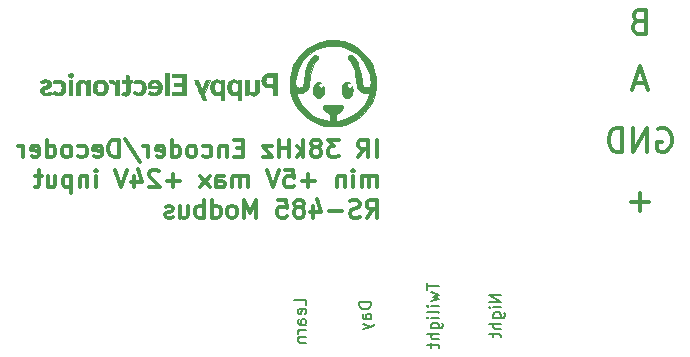
<source format=gbr>
%TF.GenerationSoftware,KiCad,Pcbnew,(5.1.5-0-10_14)*%
%TF.CreationDate,2022-05-02T16:57:52+02:00*%
%TF.ProjectId,PongoIR,506f6e67-6f49-4522-9e6b-696361645f70,rev?*%
%TF.SameCoordinates,Original*%
%TF.FileFunction,Legend,Bot*%
%TF.FilePolarity,Positive*%
%FSLAX46Y46*%
G04 Gerber Fmt 4.6, Leading zero omitted, Abs format (unit mm)*
G04 Created by KiCad (PCBNEW (5.1.5-0-10_14)) date 2022-05-02 16:57:52*
%MOMM*%
%LPD*%
G04 APERTURE LIST*
%ADD10C,0.300000*%
%ADD11C,0.150000*%
%ADD12C,0.010000*%
G04 APERTURE END LIST*
D10*
X183947857Y-99378571D02*
X183947857Y-97878571D01*
X182376428Y-99378571D02*
X182876428Y-98664285D01*
X183233571Y-99378571D02*
X183233571Y-97878571D01*
X182662142Y-97878571D01*
X182519285Y-97950000D01*
X182447857Y-98021428D01*
X182376428Y-98164285D01*
X182376428Y-98378571D01*
X182447857Y-98521428D01*
X182519285Y-98592857D01*
X182662142Y-98664285D01*
X183233571Y-98664285D01*
X180733571Y-97878571D02*
X179805000Y-97878571D01*
X180305000Y-98450000D01*
X180090714Y-98450000D01*
X179947857Y-98521428D01*
X179876428Y-98592857D01*
X179805000Y-98735714D01*
X179805000Y-99092857D01*
X179876428Y-99235714D01*
X179947857Y-99307142D01*
X180090714Y-99378571D01*
X180519285Y-99378571D01*
X180662142Y-99307142D01*
X180733571Y-99235714D01*
X178947857Y-98521428D02*
X179090714Y-98450000D01*
X179162142Y-98378571D01*
X179233571Y-98235714D01*
X179233571Y-98164285D01*
X179162142Y-98021428D01*
X179090714Y-97950000D01*
X178947857Y-97878571D01*
X178662142Y-97878571D01*
X178519285Y-97950000D01*
X178447857Y-98021428D01*
X178376428Y-98164285D01*
X178376428Y-98235714D01*
X178447857Y-98378571D01*
X178519285Y-98450000D01*
X178662142Y-98521428D01*
X178947857Y-98521428D01*
X179090714Y-98592857D01*
X179162142Y-98664285D01*
X179233571Y-98807142D01*
X179233571Y-99092857D01*
X179162142Y-99235714D01*
X179090714Y-99307142D01*
X178947857Y-99378571D01*
X178662142Y-99378571D01*
X178519285Y-99307142D01*
X178447857Y-99235714D01*
X178376428Y-99092857D01*
X178376428Y-98807142D01*
X178447857Y-98664285D01*
X178519285Y-98592857D01*
X178662142Y-98521428D01*
X177733571Y-99378571D02*
X177733571Y-97878571D01*
X177590714Y-98807142D02*
X177162142Y-99378571D01*
X177162142Y-98378571D02*
X177733571Y-98950000D01*
X176519285Y-99378571D02*
X176519285Y-97878571D01*
X176519285Y-98592857D02*
X175662142Y-98592857D01*
X175662142Y-99378571D02*
X175662142Y-97878571D01*
X175090714Y-98378571D02*
X174305000Y-98378571D01*
X175090714Y-99378571D01*
X174305000Y-99378571D01*
X172590714Y-98592857D02*
X172090714Y-98592857D01*
X171876428Y-99378571D02*
X172590714Y-99378571D01*
X172590714Y-97878571D01*
X171876428Y-97878571D01*
X171233571Y-98378571D02*
X171233571Y-99378571D01*
X171233571Y-98521428D02*
X171162142Y-98450000D01*
X171019285Y-98378571D01*
X170805000Y-98378571D01*
X170662142Y-98450000D01*
X170590714Y-98592857D01*
X170590714Y-99378571D01*
X169233571Y-99307142D02*
X169376428Y-99378571D01*
X169662142Y-99378571D01*
X169805000Y-99307142D01*
X169876428Y-99235714D01*
X169947857Y-99092857D01*
X169947857Y-98664285D01*
X169876428Y-98521428D01*
X169805000Y-98450000D01*
X169662142Y-98378571D01*
X169376428Y-98378571D01*
X169233571Y-98450000D01*
X168376428Y-99378571D02*
X168519285Y-99307142D01*
X168590714Y-99235714D01*
X168662142Y-99092857D01*
X168662142Y-98664285D01*
X168590714Y-98521428D01*
X168519285Y-98450000D01*
X168376428Y-98378571D01*
X168162142Y-98378571D01*
X168019285Y-98450000D01*
X167947857Y-98521428D01*
X167876428Y-98664285D01*
X167876428Y-99092857D01*
X167947857Y-99235714D01*
X168019285Y-99307142D01*
X168162142Y-99378571D01*
X168376428Y-99378571D01*
X166590714Y-99378571D02*
X166590714Y-97878571D01*
X166590714Y-99307142D02*
X166733571Y-99378571D01*
X167019285Y-99378571D01*
X167162142Y-99307142D01*
X167233571Y-99235714D01*
X167305000Y-99092857D01*
X167305000Y-98664285D01*
X167233571Y-98521428D01*
X167162142Y-98450000D01*
X167019285Y-98378571D01*
X166733571Y-98378571D01*
X166590714Y-98450000D01*
X165305000Y-99307142D02*
X165447857Y-99378571D01*
X165733571Y-99378571D01*
X165876428Y-99307142D01*
X165947857Y-99164285D01*
X165947857Y-98592857D01*
X165876428Y-98450000D01*
X165733571Y-98378571D01*
X165447857Y-98378571D01*
X165305000Y-98450000D01*
X165233571Y-98592857D01*
X165233571Y-98735714D01*
X165947857Y-98878571D01*
X164590714Y-99378571D02*
X164590714Y-98378571D01*
X164590714Y-98664285D02*
X164519285Y-98521428D01*
X164447857Y-98450000D01*
X164305000Y-98378571D01*
X164162142Y-98378571D01*
X162590714Y-97807142D02*
X163876428Y-99735714D01*
X162090714Y-99378571D02*
X162090714Y-97878571D01*
X161733571Y-97878571D01*
X161519285Y-97950000D01*
X161376428Y-98092857D01*
X161305000Y-98235714D01*
X161233571Y-98521428D01*
X161233571Y-98735714D01*
X161305000Y-99021428D01*
X161376428Y-99164285D01*
X161519285Y-99307142D01*
X161733571Y-99378571D01*
X162090714Y-99378571D01*
X160019285Y-99307142D02*
X160162142Y-99378571D01*
X160447857Y-99378571D01*
X160590714Y-99307142D01*
X160662142Y-99164285D01*
X160662142Y-98592857D01*
X160590714Y-98450000D01*
X160447857Y-98378571D01*
X160162142Y-98378571D01*
X160019285Y-98450000D01*
X159947857Y-98592857D01*
X159947857Y-98735714D01*
X160662142Y-98878571D01*
X158662142Y-99307142D02*
X158805000Y-99378571D01*
X159090714Y-99378571D01*
X159233571Y-99307142D01*
X159305000Y-99235714D01*
X159376428Y-99092857D01*
X159376428Y-98664285D01*
X159305000Y-98521428D01*
X159233571Y-98450000D01*
X159090714Y-98378571D01*
X158805000Y-98378571D01*
X158662142Y-98450000D01*
X157805000Y-99378571D02*
X157947857Y-99307142D01*
X158019285Y-99235714D01*
X158090714Y-99092857D01*
X158090714Y-98664285D01*
X158019285Y-98521428D01*
X157947857Y-98450000D01*
X157805000Y-98378571D01*
X157590714Y-98378571D01*
X157447857Y-98450000D01*
X157376428Y-98521428D01*
X157305000Y-98664285D01*
X157305000Y-99092857D01*
X157376428Y-99235714D01*
X157447857Y-99307142D01*
X157590714Y-99378571D01*
X157805000Y-99378571D01*
X156019285Y-99378571D02*
X156019285Y-97878571D01*
X156019285Y-99307142D02*
X156162142Y-99378571D01*
X156447857Y-99378571D01*
X156590714Y-99307142D01*
X156662142Y-99235714D01*
X156733571Y-99092857D01*
X156733571Y-98664285D01*
X156662142Y-98521428D01*
X156590714Y-98450000D01*
X156447857Y-98378571D01*
X156162142Y-98378571D01*
X156019285Y-98450000D01*
X154733571Y-99307142D02*
X154876428Y-99378571D01*
X155162142Y-99378571D01*
X155305000Y-99307142D01*
X155376428Y-99164285D01*
X155376428Y-98592857D01*
X155305000Y-98450000D01*
X155162142Y-98378571D01*
X154876428Y-98378571D01*
X154733571Y-98450000D01*
X154662142Y-98592857D01*
X154662142Y-98735714D01*
X155376428Y-98878571D01*
X154019285Y-99378571D02*
X154019285Y-98378571D01*
X154019285Y-98664285D02*
X153947857Y-98521428D01*
X153876428Y-98450000D01*
X153733571Y-98378571D01*
X153590714Y-98378571D01*
X183947857Y-101928571D02*
X183947857Y-100928571D01*
X183947857Y-101071428D02*
X183876428Y-101000000D01*
X183733571Y-100928571D01*
X183519285Y-100928571D01*
X183376428Y-101000000D01*
X183305000Y-101142857D01*
X183305000Y-101928571D01*
X183305000Y-101142857D02*
X183233571Y-101000000D01*
X183090714Y-100928571D01*
X182876428Y-100928571D01*
X182733571Y-101000000D01*
X182662142Y-101142857D01*
X182662142Y-101928571D01*
X181947857Y-101928571D02*
X181947857Y-100928571D01*
X181947857Y-100428571D02*
X182019285Y-100500000D01*
X181947857Y-100571428D01*
X181876428Y-100500000D01*
X181947857Y-100428571D01*
X181947857Y-100571428D01*
X181233571Y-100928571D02*
X181233571Y-101928571D01*
X181233571Y-101071428D02*
X181162142Y-101000000D01*
X181019285Y-100928571D01*
X180805000Y-100928571D01*
X180662142Y-101000000D01*
X180590714Y-101142857D01*
X180590714Y-101928571D01*
X178733571Y-101357142D02*
X177590714Y-101357142D01*
X178162142Y-101928571D02*
X178162142Y-100785714D01*
X176162142Y-100428571D02*
X176876428Y-100428571D01*
X176947857Y-101142857D01*
X176876428Y-101071428D01*
X176733571Y-101000000D01*
X176376428Y-101000000D01*
X176233571Y-101071428D01*
X176162142Y-101142857D01*
X176090714Y-101285714D01*
X176090714Y-101642857D01*
X176162142Y-101785714D01*
X176233571Y-101857142D01*
X176376428Y-101928571D01*
X176733571Y-101928571D01*
X176876428Y-101857142D01*
X176947857Y-101785714D01*
X175662142Y-100428571D02*
X175162142Y-101928571D01*
X174662142Y-100428571D01*
X173019285Y-101928571D02*
X173019285Y-100928571D01*
X173019285Y-101071428D02*
X172947857Y-101000000D01*
X172805000Y-100928571D01*
X172590714Y-100928571D01*
X172447857Y-101000000D01*
X172376428Y-101142857D01*
X172376428Y-101928571D01*
X172376428Y-101142857D02*
X172305000Y-101000000D01*
X172162142Y-100928571D01*
X171947857Y-100928571D01*
X171805000Y-101000000D01*
X171733571Y-101142857D01*
X171733571Y-101928571D01*
X170376428Y-101928571D02*
X170376428Y-101142857D01*
X170447857Y-101000000D01*
X170590714Y-100928571D01*
X170876428Y-100928571D01*
X171019285Y-101000000D01*
X170376428Y-101857142D02*
X170519285Y-101928571D01*
X170876428Y-101928571D01*
X171019285Y-101857142D01*
X171090714Y-101714285D01*
X171090714Y-101571428D01*
X171019285Y-101428571D01*
X170876428Y-101357142D01*
X170519285Y-101357142D01*
X170376428Y-101285714D01*
X169805000Y-101928571D02*
X169019285Y-100928571D01*
X169805000Y-100928571D02*
X169019285Y-101928571D01*
X167305000Y-101357142D02*
X166162142Y-101357142D01*
X166733571Y-101928571D02*
X166733571Y-100785714D01*
X165519285Y-100571428D02*
X165447857Y-100500000D01*
X165305000Y-100428571D01*
X164947857Y-100428571D01*
X164805000Y-100500000D01*
X164733571Y-100571428D01*
X164662142Y-100714285D01*
X164662142Y-100857142D01*
X164733571Y-101071428D01*
X165590714Y-101928571D01*
X164662142Y-101928571D01*
X163376428Y-100928571D02*
X163376428Y-101928571D01*
X163733571Y-100357142D02*
X164090714Y-101428571D01*
X163162142Y-101428571D01*
X162805000Y-100428571D02*
X162305000Y-101928571D01*
X161805000Y-100428571D01*
X160162142Y-101928571D02*
X160162142Y-100928571D01*
X160162142Y-100428571D02*
X160233571Y-100500000D01*
X160162142Y-100571428D01*
X160090714Y-100500000D01*
X160162142Y-100428571D01*
X160162142Y-100571428D01*
X159447857Y-100928571D02*
X159447857Y-101928571D01*
X159447857Y-101071428D02*
X159376428Y-101000000D01*
X159233571Y-100928571D01*
X159019285Y-100928571D01*
X158876428Y-101000000D01*
X158805000Y-101142857D01*
X158805000Y-101928571D01*
X158090714Y-100928571D02*
X158090714Y-102428571D01*
X158090714Y-101000000D02*
X157947857Y-100928571D01*
X157662142Y-100928571D01*
X157519285Y-101000000D01*
X157447857Y-101071428D01*
X157376428Y-101214285D01*
X157376428Y-101642857D01*
X157447857Y-101785714D01*
X157519285Y-101857142D01*
X157662142Y-101928571D01*
X157947857Y-101928571D01*
X158090714Y-101857142D01*
X156090714Y-100928571D02*
X156090714Y-101928571D01*
X156733571Y-100928571D02*
X156733571Y-101714285D01*
X156662142Y-101857142D01*
X156519285Y-101928571D01*
X156305000Y-101928571D01*
X156162142Y-101857142D01*
X156090714Y-101785714D01*
X155590714Y-100928571D02*
X155019285Y-100928571D01*
X155376428Y-100428571D02*
X155376428Y-101714285D01*
X155305000Y-101857142D01*
X155162142Y-101928571D01*
X155019285Y-101928571D01*
X183090714Y-104478571D02*
X183590714Y-103764285D01*
X183947857Y-104478571D02*
X183947857Y-102978571D01*
X183376428Y-102978571D01*
X183233571Y-103050000D01*
X183162142Y-103121428D01*
X183090714Y-103264285D01*
X183090714Y-103478571D01*
X183162142Y-103621428D01*
X183233571Y-103692857D01*
X183376428Y-103764285D01*
X183947857Y-103764285D01*
X182519285Y-104407142D02*
X182305000Y-104478571D01*
X181947857Y-104478571D01*
X181805000Y-104407142D01*
X181733571Y-104335714D01*
X181662142Y-104192857D01*
X181662142Y-104050000D01*
X181733571Y-103907142D01*
X181805000Y-103835714D01*
X181947857Y-103764285D01*
X182233571Y-103692857D01*
X182376428Y-103621428D01*
X182447857Y-103550000D01*
X182519285Y-103407142D01*
X182519285Y-103264285D01*
X182447857Y-103121428D01*
X182376428Y-103050000D01*
X182233571Y-102978571D01*
X181876428Y-102978571D01*
X181662142Y-103050000D01*
X181019285Y-103907142D02*
X179876428Y-103907142D01*
X178519285Y-103478571D02*
X178519285Y-104478571D01*
X178876428Y-102907142D02*
X179233571Y-103978571D01*
X178305000Y-103978571D01*
X177519285Y-103621428D02*
X177662142Y-103550000D01*
X177733571Y-103478571D01*
X177805000Y-103335714D01*
X177805000Y-103264285D01*
X177733571Y-103121428D01*
X177662142Y-103050000D01*
X177519285Y-102978571D01*
X177233571Y-102978571D01*
X177090714Y-103050000D01*
X177019285Y-103121428D01*
X176947857Y-103264285D01*
X176947857Y-103335714D01*
X177019285Y-103478571D01*
X177090714Y-103550000D01*
X177233571Y-103621428D01*
X177519285Y-103621428D01*
X177662142Y-103692857D01*
X177733571Y-103764285D01*
X177805000Y-103907142D01*
X177805000Y-104192857D01*
X177733571Y-104335714D01*
X177662142Y-104407142D01*
X177519285Y-104478571D01*
X177233571Y-104478571D01*
X177090714Y-104407142D01*
X177019285Y-104335714D01*
X176947857Y-104192857D01*
X176947857Y-103907142D01*
X177019285Y-103764285D01*
X177090714Y-103692857D01*
X177233571Y-103621428D01*
X175590714Y-102978571D02*
X176305000Y-102978571D01*
X176376428Y-103692857D01*
X176305000Y-103621428D01*
X176162142Y-103550000D01*
X175805000Y-103550000D01*
X175662142Y-103621428D01*
X175590714Y-103692857D01*
X175519285Y-103835714D01*
X175519285Y-104192857D01*
X175590714Y-104335714D01*
X175662142Y-104407142D01*
X175805000Y-104478571D01*
X176162142Y-104478571D01*
X176305000Y-104407142D01*
X176376428Y-104335714D01*
X173733571Y-104478571D02*
X173733571Y-102978571D01*
X173233571Y-104050000D01*
X172733571Y-102978571D01*
X172733571Y-104478571D01*
X171805000Y-104478571D02*
X171947857Y-104407142D01*
X172019285Y-104335714D01*
X172090714Y-104192857D01*
X172090714Y-103764285D01*
X172019285Y-103621428D01*
X171947857Y-103550000D01*
X171805000Y-103478571D01*
X171590714Y-103478571D01*
X171447857Y-103550000D01*
X171376428Y-103621428D01*
X171305000Y-103764285D01*
X171305000Y-104192857D01*
X171376428Y-104335714D01*
X171447857Y-104407142D01*
X171590714Y-104478571D01*
X171805000Y-104478571D01*
X170019285Y-104478571D02*
X170019285Y-102978571D01*
X170019285Y-104407142D02*
X170162142Y-104478571D01*
X170447857Y-104478571D01*
X170590714Y-104407142D01*
X170662142Y-104335714D01*
X170733571Y-104192857D01*
X170733571Y-103764285D01*
X170662142Y-103621428D01*
X170590714Y-103550000D01*
X170447857Y-103478571D01*
X170162142Y-103478571D01*
X170019285Y-103550000D01*
X169305000Y-104478571D02*
X169305000Y-102978571D01*
X169305000Y-103550000D02*
X169162142Y-103478571D01*
X168876428Y-103478571D01*
X168733571Y-103550000D01*
X168662142Y-103621428D01*
X168590714Y-103764285D01*
X168590714Y-104192857D01*
X168662142Y-104335714D01*
X168733571Y-104407142D01*
X168876428Y-104478571D01*
X169162142Y-104478571D01*
X169305000Y-104407142D01*
X167305000Y-103478571D02*
X167305000Y-104478571D01*
X167947857Y-103478571D02*
X167947857Y-104264285D01*
X167876428Y-104407142D01*
X167733571Y-104478571D01*
X167519285Y-104478571D01*
X167376428Y-104407142D01*
X167305000Y-104335714D01*
X166662142Y-104407142D02*
X166519285Y-104478571D01*
X166233571Y-104478571D01*
X166090714Y-104407142D01*
X166019285Y-104264285D01*
X166019285Y-104192857D01*
X166090714Y-104050000D01*
X166233571Y-103978571D01*
X166447857Y-103978571D01*
X166590714Y-103907142D01*
X166662142Y-103764285D01*
X166662142Y-103692857D01*
X166590714Y-103550000D01*
X166447857Y-103478571D01*
X166233571Y-103478571D01*
X166090714Y-103550000D01*
D11*
X194452380Y-111035714D02*
X193452380Y-111035714D01*
X194452380Y-111607142D01*
X193452380Y-111607142D01*
X194452380Y-112083333D02*
X193785714Y-112083333D01*
X193452380Y-112083333D02*
X193500000Y-112035714D01*
X193547619Y-112083333D01*
X193500000Y-112130952D01*
X193452380Y-112083333D01*
X193547619Y-112083333D01*
X193785714Y-112988095D02*
X194595238Y-112988095D01*
X194690476Y-112940476D01*
X194738095Y-112892857D01*
X194785714Y-112797619D01*
X194785714Y-112654761D01*
X194738095Y-112559523D01*
X194404761Y-112988095D02*
X194452380Y-112892857D01*
X194452380Y-112702380D01*
X194404761Y-112607142D01*
X194357142Y-112559523D01*
X194261904Y-112511904D01*
X193976190Y-112511904D01*
X193880952Y-112559523D01*
X193833333Y-112607142D01*
X193785714Y-112702380D01*
X193785714Y-112892857D01*
X193833333Y-112988095D01*
X194452380Y-113464285D02*
X193452380Y-113464285D01*
X194452380Y-113892857D02*
X193928571Y-113892857D01*
X193833333Y-113845238D01*
X193785714Y-113750000D01*
X193785714Y-113607142D01*
X193833333Y-113511904D01*
X193880952Y-113464285D01*
X193785714Y-114226190D02*
X193785714Y-114607142D01*
X193452380Y-114369047D02*
X194309523Y-114369047D01*
X194404761Y-114416666D01*
X194452380Y-114511904D01*
X194452380Y-114607142D01*
X188202380Y-110011904D02*
X188202380Y-110583333D01*
X189202380Y-110297619D02*
X188202380Y-110297619D01*
X188535714Y-110821428D02*
X189202380Y-111011904D01*
X188726190Y-111202380D01*
X189202380Y-111392857D01*
X188535714Y-111583333D01*
X189202380Y-111964285D02*
X188535714Y-111964285D01*
X188202380Y-111964285D02*
X188250000Y-111916666D01*
X188297619Y-111964285D01*
X188250000Y-112011904D01*
X188202380Y-111964285D01*
X188297619Y-111964285D01*
X189202380Y-112583333D02*
X189154761Y-112488095D01*
X189059523Y-112440476D01*
X188202380Y-112440476D01*
X189202380Y-112964285D02*
X188535714Y-112964285D01*
X188202380Y-112964285D02*
X188250000Y-112916666D01*
X188297619Y-112964285D01*
X188250000Y-113011904D01*
X188202380Y-112964285D01*
X188297619Y-112964285D01*
X188535714Y-113869047D02*
X189345238Y-113869047D01*
X189440476Y-113821428D01*
X189488095Y-113773809D01*
X189535714Y-113678571D01*
X189535714Y-113535714D01*
X189488095Y-113440476D01*
X189154761Y-113869047D02*
X189202380Y-113773809D01*
X189202380Y-113583333D01*
X189154761Y-113488095D01*
X189107142Y-113440476D01*
X189011904Y-113392857D01*
X188726190Y-113392857D01*
X188630952Y-113440476D01*
X188583333Y-113488095D01*
X188535714Y-113583333D01*
X188535714Y-113773809D01*
X188583333Y-113869047D01*
X189202380Y-114345238D02*
X188202380Y-114345238D01*
X189202380Y-114773809D02*
X188678571Y-114773809D01*
X188583333Y-114726190D01*
X188535714Y-114630952D01*
X188535714Y-114488095D01*
X188583333Y-114392857D01*
X188630952Y-114345238D01*
X188535714Y-115107142D02*
X188535714Y-115488095D01*
X188202380Y-115250000D02*
X189059523Y-115250000D01*
X189154761Y-115297619D01*
X189202380Y-115392857D01*
X189202380Y-115488095D01*
X183452380Y-111654761D02*
X182452380Y-111654761D01*
X182452380Y-111892857D01*
X182500000Y-112035714D01*
X182595238Y-112130952D01*
X182690476Y-112178571D01*
X182880952Y-112226190D01*
X183023809Y-112226190D01*
X183214285Y-112178571D01*
X183309523Y-112130952D01*
X183404761Y-112035714D01*
X183452380Y-111892857D01*
X183452380Y-111654761D01*
X183452380Y-113083333D02*
X182928571Y-113083333D01*
X182833333Y-113035714D01*
X182785714Y-112940476D01*
X182785714Y-112750000D01*
X182833333Y-112654761D01*
X183404761Y-113083333D02*
X183452380Y-112988095D01*
X183452380Y-112750000D01*
X183404761Y-112654761D01*
X183309523Y-112607142D01*
X183214285Y-112607142D01*
X183119047Y-112654761D01*
X183071428Y-112750000D01*
X183071428Y-112988095D01*
X183023809Y-113083333D01*
X182785714Y-113464285D02*
X183452380Y-113702380D01*
X182785714Y-113940476D02*
X183452380Y-113702380D01*
X183690476Y-113607142D01*
X183738095Y-113559523D01*
X183785714Y-113464285D01*
X177952380Y-111916666D02*
X177952380Y-111440476D01*
X176952380Y-111440476D01*
X177904761Y-112630952D02*
X177952380Y-112535714D01*
X177952380Y-112345238D01*
X177904761Y-112250000D01*
X177809523Y-112202380D01*
X177428571Y-112202380D01*
X177333333Y-112250000D01*
X177285714Y-112345238D01*
X177285714Y-112535714D01*
X177333333Y-112630952D01*
X177428571Y-112678571D01*
X177523809Y-112678571D01*
X177619047Y-112202380D01*
X177952380Y-113535714D02*
X177428571Y-113535714D01*
X177333333Y-113488095D01*
X177285714Y-113392857D01*
X177285714Y-113202380D01*
X177333333Y-113107142D01*
X177904761Y-113535714D02*
X177952380Y-113440476D01*
X177952380Y-113202380D01*
X177904761Y-113107142D01*
X177809523Y-113059523D01*
X177714285Y-113059523D01*
X177619047Y-113107142D01*
X177571428Y-113202380D01*
X177571428Y-113440476D01*
X177523809Y-113535714D01*
X177952380Y-114011904D02*
X177285714Y-114011904D01*
X177476190Y-114011904D02*
X177380952Y-114059523D01*
X177333333Y-114107142D01*
X177285714Y-114202380D01*
X177285714Y-114297619D01*
X177285714Y-114630952D02*
X177952380Y-114630952D01*
X177380952Y-114630952D02*
X177333333Y-114678571D01*
X177285714Y-114773809D01*
X177285714Y-114916666D01*
X177333333Y-115011904D01*
X177428571Y-115059523D01*
X177952380Y-115059523D01*
D10*
X206107142Y-87857142D02*
X205821428Y-87952380D01*
X205726190Y-88047619D01*
X205630952Y-88238095D01*
X205630952Y-88523809D01*
X205726190Y-88714285D01*
X205821428Y-88809523D01*
X206011904Y-88904761D01*
X206773809Y-88904761D01*
X206773809Y-86904761D01*
X206107142Y-86904761D01*
X205916666Y-87000000D01*
X205821428Y-87095238D01*
X205726190Y-87285714D01*
X205726190Y-87476190D01*
X205821428Y-87666666D01*
X205916666Y-87761904D01*
X206107142Y-87857142D01*
X206773809Y-87857142D01*
X206726190Y-93083333D02*
X205773809Y-93083333D01*
X206916666Y-93654761D02*
X206250000Y-91654761D01*
X205583333Y-93654761D01*
X207773809Y-97000000D02*
X207964285Y-96904761D01*
X208250000Y-96904761D01*
X208535714Y-97000000D01*
X208726190Y-97190476D01*
X208821428Y-97380952D01*
X208916666Y-97761904D01*
X208916666Y-98047619D01*
X208821428Y-98428571D01*
X208726190Y-98619047D01*
X208535714Y-98809523D01*
X208250000Y-98904761D01*
X208059523Y-98904761D01*
X207773809Y-98809523D01*
X207678571Y-98714285D01*
X207678571Y-98047619D01*
X208059523Y-98047619D01*
X206821428Y-98904761D02*
X206821428Y-96904761D01*
X205678571Y-98904761D01*
X205678571Y-96904761D01*
X204726190Y-98904761D02*
X204726190Y-96904761D01*
X204250000Y-96904761D01*
X203964285Y-97000000D01*
X203773809Y-97190476D01*
X203678571Y-97380952D01*
X203583333Y-97761904D01*
X203583333Y-98047619D01*
X203678571Y-98428571D01*
X203773809Y-98619047D01*
X203964285Y-98809523D01*
X204250000Y-98904761D01*
X204726190Y-98904761D01*
X207011904Y-103142857D02*
X205488095Y-103142857D01*
X206250000Y-103904761D02*
X206250000Y-102380952D01*
D12*
%TO.C,G\002A\002A\002A*%
G36*
X180076032Y-89456489D02*
G01*
X179948750Y-89458488D01*
X179845848Y-89462679D01*
X179758356Y-89469704D01*
X179677302Y-89480204D01*
X179593715Y-89494817D01*
X179538166Y-89505920D01*
X179148350Y-89607084D01*
X178777631Y-89745357D01*
X178427789Y-89919476D01*
X178100605Y-90128181D01*
X177797859Y-90370210D01*
X177521330Y-90644302D01*
X177272800Y-90949197D01*
X177072139Y-91252913D01*
X176893261Y-91593154D01*
X176754428Y-91945756D01*
X176655342Y-92311825D01*
X176595706Y-92692468D01*
X176575223Y-93088791D01*
X176575213Y-93103811D01*
X176588017Y-93451253D01*
X176627024Y-93773281D01*
X176694303Y-94079261D01*
X176791919Y-94378559D01*
X176921940Y-94680540D01*
X176924328Y-94685513D01*
X177113911Y-95032010D01*
X177335995Y-95352435D01*
X177588536Y-95645191D01*
X177869490Y-95908677D01*
X178176813Y-96141294D01*
X178508464Y-96341442D01*
X178862397Y-96507523D01*
X179236570Y-96637936D01*
X179506416Y-96706493D01*
X179643468Y-96729358D01*
X179811554Y-96746652D01*
X179999889Y-96758194D01*
X180197689Y-96763804D01*
X180394171Y-96763299D01*
X180578549Y-96756500D01*
X180740039Y-96743226D01*
X180839916Y-96728863D01*
X181235147Y-96635850D01*
X181610931Y-96505622D01*
X181965896Y-96339077D01*
X182298669Y-96137115D01*
X182607876Y-95900635D01*
X182892145Y-95630536D01*
X183150102Y-95327717D01*
X183300300Y-95117833D01*
X183458683Y-94851315D01*
X183599537Y-94555025D01*
X183718622Y-94239386D01*
X183811696Y-93914820D01*
X183838618Y-93794916D01*
X183855475Y-93708045D01*
X183867970Y-93627254D01*
X183876726Y-93543696D01*
X183882361Y-93448524D01*
X183885496Y-93332890D01*
X183886753Y-93187948D01*
X183886871Y-93107000D01*
X183886675Y-93052692D01*
X183432420Y-93052692D01*
X183417115Y-93193183D01*
X183371267Y-93306518D01*
X183296494Y-93390741D01*
X183194411Y-93443895D01*
X183093653Y-93462772D01*
X182981959Y-93459519D01*
X182891974Y-93427809D01*
X182809941Y-93362302D01*
X182795422Y-93347014D01*
X182744723Y-93277377D01*
X182712423Y-93194084D01*
X182695812Y-93087439D01*
X182692000Y-92976702D01*
X182681930Y-92780196D01*
X182653279Y-92556814D01*
X182608381Y-92316486D01*
X182549574Y-92069139D01*
X182479192Y-91824703D01*
X182399572Y-91593105D01*
X182321971Y-91403907D01*
X182248608Y-91256185D01*
X182165369Y-91114582D01*
X182076898Y-90985152D01*
X181987840Y-90873947D01*
X181902842Y-90787022D01*
X181826548Y-90730429D01*
X181793817Y-90715629D01*
X181705462Y-90706424D01*
X181623218Y-90732905D01*
X181555508Y-90788486D01*
X181510754Y-90866582D01*
X181497045Y-90947672D01*
X181502983Y-90996873D01*
X181524904Y-91045577D01*
X181568967Y-91105314D01*
X181601546Y-91143284D01*
X181743603Y-91332082D01*
X181870183Y-91557207D01*
X181980121Y-91815148D01*
X182072255Y-92102393D01*
X182145422Y-92415429D01*
X182198459Y-92750744D01*
X182225155Y-93026211D01*
X182235069Y-93150882D01*
X182245670Y-93243953D01*
X182259045Y-93316133D01*
X182277281Y-93378131D01*
X182302464Y-93440657D01*
X182308555Y-93454251D01*
X182398268Y-93605542D01*
X182516443Y-93733649D01*
X182656580Y-93834996D01*
X182812179Y-93906007D01*
X182976741Y-93943107D01*
X183143764Y-93942720D01*
X183184995Y-93936374D01*
X183253371Y-93924876D01*
X183302707Y-93918870D01*
X183320873Y-93919317D01*
X183319654Y-93944069D01*
X183304683Y-93999685D01*
X183278918Y-94078133D01*
X183245315Y-94171381D01*
X183206831Y-94271396D01*
X183166423Y-94370147D01*
X183127049Y-94459601D01*
X183104928Y-94505916D01*
X182922776Y-94826363D01*
X182709424Y-95120670D01*
X182467521Y-95386931D01*
X182199715Y-95623241D01*
X181908657Y-95827692D01*
X181596993Y-95998380D01*
X181267374Y-96133399D01*
X180922449Y-96230842D01*
X180638833Y-96280262D01*
X180565929Y-96289649D01*
X180510368Y-96296977D01*
X180485375Y-96300482D01*
X180479564Y-96281628D01*
X180474708Y-96228078D01*
X180471237Y-96147467D01*
X180469580Y-96047427D01*
X180469500Y-96018843D01*
X180469927Y-95903791D01*
X180471853Y-95824128D01*
X180476240Y-95772909D01*
X180484053Y-95743191D01*
X180496257Y-95728033D01*
X180510800Y-95721411D01*
X180561624Y-95697496D01*
X180634413Y-95653702D01*
X180718691Y-95597343D01*
X180803979Y-95535734D01*
X180879801Y-95476190D01*
X180935678Y-95426026D01*
X180939425Y-95422165D01*
X181016557Y-95322781D01*
X181062170Y-95223659D01*
X181077199Y-95130383D01*
X181062582Y-95048536D01*
X181019255Y-94983698D01*
X180948155Y-94941454D01*
X180856391Y-94927333D01*
X180798030Y-94929958D01*
X180709924Y-94937095D01*
X180604287Y-94947636D01*
X180499412Y-94959719D01*
X180379171Y-94973443D01*
X180284377Y-94980491D01*
X180198675Y-94980864D01*
X180105708Y-94974561D01*
X179989120Y-94961583D01*
X179973921Y-94959719D01*
X179799282Y-94940283D01*
X179663611Y-94929961D01*
X179564557Y-94928661D01*
X179499766Y-94936290D01*
X179486198Y-94940481D01*
X179445501Y-94975115D01*
X179411738Y-95036807D01*
X179392206Y-95110283D01*
X179390000Y-95141849D01*
X179410709Y-95248338D01*
X179471460Y-95356912D01*
X179570188Y-95465272D01*
X179704831Y-95571121D01*
X179859714Y-95664884D01*
X180003115Y-95742250D01*
X180003833Y-96297966D01*
X179903291Y-96287951D01*
X179780488Y-96271225D01*
X179634087Y-96244442D01*
X179480574Y-96211159D01*
X179336433Y-96174935D01*
X179224140Y-96141356D01*
X178896272Y-96009598D01*
X178584081Y-95841086D01*
X178291329Y-95639153D01*
X178021779Y-95407130D01*
X177779194Y-95148347D01*
X177567336Y-94866136D01*
X177389967Y-94563829D01*
X177349763Y-94481918D01*
X177308392Y-94389309D01*
X177266723Y-94287686D01*
X177227536Y-94184945D01*
X177193614Y-94088979D01*
X177167737Y-94007683D01*
X177152689Y-93948952D01*
X177151251Y-93920681D01*
X177151766Y-93920011D01*
X177176036Y-93918768D01*
X177228266Y-93925755D01*
X177273047Y-93934416D01*
X177431341Y-93947721D01*
X177594024Y-93924298D01*
X177752644Y-93867759D01*
X177898750Y-93781712D01*
X178023888Y-93669768D01*
X178089401Y-93585704D01*
X178140374Y-93500790D01*
X178178702Y-93414894D01*
X178206805Y-93318754D01*
X178227105Y-93203109D01*
X178242023Y-93058696D01*
X178247748Y-92980000D01*
X178277129Y-92689597D01*
X178325557Y-92403587D01*
X178391133Y-92127690D01*
X178471956Y-91867625D01*
X178566128Y-91629114D01*
X178671747Y-91417878D01*
X178786915Y-91239637D01*
X178852575Y-91158931D01*
X178910852Y-91090968D01*
X178945233Y-91041237D01*
X178961788Y-90998064D01*
X178966584Y-90949776D01*
X178966666Y-90939471D01*
X178948857Y-90840430D01*
X178896935Y-90765165D01*
X178813158Y-90716909D01*
X178810634Y-90716063D01*
X178737481Y-90704536D01*
X178665571Y-90722380D01*
X178587148Y-90772628D01*
X178525448Y-90827521D01*
X178397498Y-90973779D01*
X178276108Y-91157331D01*
X178163109Y-91373400D01*
X178060330Y-91617214D01*
X177969600Y-91883995D01*
X177892749Y-92168970D01*
X177831607Y-92467364D01*
X177791584Y-92742910D01*
X177779287Y-92856706D01*
X177769247Y-92966133D01*
X177762522Y-93058506D01*
X177760166Y-93119615D01*
X177741682Y-93236332D01*
X177685352Y-93335976D01*
X177590329Y-93420558D01*
X177502628Y-93457217D01*
X177397986Y-93466874D01*
X177291371Y-93450344D01*
X177197753Y-93408442D01*
X177183603Y-93398395D01*
X177125205Y-93347264D01*
X177084309Y-93292121D01*
X177058660Y-93224969D01*
X177046008Y-93137813D01*
X177044101Y-93022659D01*
X177048139Y-92917474D01*
X177087365Y-92561246D01*
X177166683Y-92214601D01*
X177284363Y-91880561D01*
X177438675Y-91562148D01*
X177627889Y-91262385D01*
X177850276Y-90984293D01*
X178104106Y-90730894D01*
X178387649Y-90505211D01*
X178455845Y-90458238D01*
X178591170Y-90369654D01*
X178706092Y-90300152D01*
X178813643Y-90242847D01*
X178926852Y-90190855D01*
X179058750Y-90137288D01*
X179075644Y-90130740D01*
X179423775Y-90018456D01*
X179778662Y-89946912D01*
X180136946Y-89915938D01*
X180495270Y-89925364D01*
X180850276Y-89975018D01*
X181198606Y-90064730D01*
X181536902Y-90194329D01*
X181680188Y-90263166D01*
X181999213Y-90449551D01*
X182290976Y-90667599D01*
X182553884Y-90915312D01*
X182786346Y-91190692D01*
X182986770Y-91491740D01*
X183153565Y-91816459D01*
X183285138Y-92162850D01*
X183337176Y-92343382D01*
X183361612Y-92454228D01*
X183385175Y-92590031D01*
X183405900Y-92736164D01*
X183421824Y-92877998D01*
X183430983Y-93000906D01*
X183432420Y-93052692D01*
X183886675Y-93052692D01*
X183886286Y-92945258D01*
X183884119Y-92816994D01*
X183879747Y-92713364D01*
X183872551Y-92625524D01*
X183861908Y-92544630D01*
X183847198Y-92461837D01*
X183838563Y-92419083D01*
X183738148Y-92034525D01*
X183600955Y-91667235D01*
X183428824Y-91319594D01*
X183223595Y-90993985D01*
X182987109Y-90692788D01*
X182721204Y-90418387D01*
X182427723Y-90173163D01*
X182108503Y-89959498D01*
X181819071Y-89804840D01*
X181510492Y-89674842D01*
X181182204Y-89568017D01*
X180924583Y-89504873D01*
X180837814Y-89487925D01*
X180757199Y-89475349D01*
X180673897Y-89466518D01*
X180579065Y-89460805D01*
X180463862Y-89457581D01*
X180319446Y-89456220D01*
X180236666Y-89456043D01*
X180076032Y-89456489D01*
G37*
X180076032Y-89456489D02*
X179948750Y-89458488D01*
X179845848Y-89462679D01*
X179758356Y-89469704D01*
X179677302Y-89480204D01*
X179593715Y-89494817D01*
X179538166Y-89505920D01*
X179148350Y-89607084D01*
X178777631Y-89745357D01*
X178427789Y-89919476D01*
X178100605Y-90128181D01*
X177797859Y-90370210D01*
X177521330Y-90644302D01*
X177272800Y-90949197D01*
X177072139Y-91252913D01*
X176893261Y-91593154D01*
X176754428Y-91945756D01*
X176655342Y-92311825D01*
X176595706Y-92692468D01*
X176575223Y-93088791D01*
X176575213Y-93103811D01*
X176588017Y-93451253D01*
X176627024Y-93773281D01*
X176694303Y-94079261D01*
X176791919Y-94378559D01*
X176921940Y-94680540D01*
X176924328Y-94685513D01*
X177113911Y-95032010D01*
X177335995Y-95352435D01*
X177588536Y-95645191D01*
X177869490Y-95908677D01*
X178176813Y-96141294D01*
X178508464Y-96341442D01*
X178862397Y-96507523D01*
X179236570Y-96637936D01*
X179506416Y-96706493D01*
X179643468Y-96729358D01*
X179811554Y-96746652D01*
X179999889Y-96758194D01*
X180197689Y-96763804D01*
X180394171Y-96763299D01*
X180578549Y-96756500D01*
X180740039Y-96743226D01*
X180839916Y-96728863D01*
X181235147Y-96635850D01*
X181610931Y-96505622D01*
X181965896Y-96339077D01*
X182298669Y-96137115D01*
X182607876Y-95900635D01*
X182892145Y-95630536D01*
X183150102Y-95327717D01*
X183300300Y-95117833D01*
X183458683Y-94851315D01*
X183599537Y-94555025D01*
X183718622Y-94239386D01*
X183811696Y-93914820D01*
X183838618Y-93794916D01*
X183855475Y-93708045D01*
X183867970Y-93627254D01*
X183876726Y-93543696D01*
X183882361Y-93448524D01*
X183885496Y-93332890D01*
X183886753Y-93187948D01*
X183886871Y-93107000D01*
X183886675Y-93052692D01*
X183432420Y-93052692D01*
X183417115Y-93193183D01*
X183371267Y-93306518D01*
X183296494Y-93390741D01*
X183194411Y-93443895D01*
X183093653Y-93462772D01*
X182981959Y-93459519D01*
X182891974Y-93427809D01*
X182809941Y-93362302D01*
X182795422Y-93347014D01*
X182744723Y-93277377D01*
X182712423Y-93194084D01*
X182695812Y-93087439D01*
X182692000Y-92976702D01*
X182681930Y-92780196D01*
X182653279Y-92556814D01*
X182608381Y-92316486D01*
X182549574Y-92069139D01*
X182479192Y-91824703D01*
X182399572Y-91593105D01*
X182321971Y-91403907D01*
X182248608Y-91256185D01*
X182165369Y-91114582D01*
X182076898Y-90985152D01*
X181987840Y-90873947D01*
X181902842Y-90787022D01*
X181826548Y-90730429D01*
X181793817Y-90715629D01*
X181705462Y-90706424D01*
X181623218Y-90732905D01*
X181555508Y-90788486D01*
X181510754Y-90866582D01*
X181497045Y-90947672D01*
X181502983Y-90996873D01*
X181524904Y-91045577D01*
X181568967Y-91105314D01*
X181601546Y-91143284D01*
X181743603Y-91332082D01*
X181870183Y-91557207D01*
X181980121Y-91815148D01*
X182072255Y-92102393D01*
X182145422Y-92415429D01*
X182198459Y-92750744D01*
X182225155Y-93026211D01*
X182235069Y-93150882D01*
X182245670Y-93243953D01*
X182259045Y-93316133D01*
X182277281Y-93378131D01*
X182302464Y-93440657D01*
X182308555Y-93454251D01*
X182398268Y-93605542D01*
X182516443Y-93733649D01*
X182656580Y-93834996D01*
X182812179Y-93906007D01*
X182976741Y-93943107D01*
X183143764Y-93942720D01*
X183184995Y-93936374D01*
X183253371Y-93924876D01*
X183302707Y-93918870D01*
X183320873Y-93919317D01*
X183319654Y-93944069D01*
X183304683Y-93999685D01*
X183278918Y-94078133D01*
X183245315Y-94171381D01*
X183206831Y-94271396D01*
X183166423Y-94370147D01*
X183127049Y-94459601D01*
X183104928Y-94505916D01*
X182922776Y-94826363D01*
X182709424Y-95120670D01*
X182467521Y-95386931D01*
X182199715Y-95623241D01*
X181908657Y-95827692D01*
X181596993Y-95998380D01*
X181267374Y-96133399D01*
X180922449Y-96230842D01*
X180638833Y-96280262D01*
X180565929Y-96289649D01*
X180510368Y-96296977D01*
X180485375Y-96300482D01*
X180479564Y-96281628D01*
X180474708Y-96228078D01*
X180471237Y-96147467D01*
X180469580Y-96047427D01*
X180469500Y-96018843D01*
X180469927Y-95903791D01*
X180471853Y-95824128D01*
X180476240Y-95772909D01*
X180484053Y-95743191D01*
X180496257Y-95728033D01*
X180510800Y-95721411D01*
X180561624Y-95697496D01*
X180634413Y-95653702D01*
X180718691Y-95597343D01*
X180803979Y-95535734D01*
X180879801Y-95476190D01*
X180935678Y-95426026D01*
X180939425Y-95422165D01*
X181016557Y-95322781D01*
X181062170Y-95223659D01*
X181077199Y-95130383D01*
X181062582Y-95048536D01*
X181019255Y-94983698D01*
X180948155Y-94941454D01*
X180856391Y-94927333D01*
X180798030Y-94929958D01*
X180709924Y-94937095D01*
X180604287Y-94947636D01*
X180499412Y-94959719D01*
X180379171Y-94973443D01*
X180284377Y-94980491D01*
X180198675Y-94980864D01*
X180105708Y-94974561D01*
X179989120Y-94961583D01*
X179973921Y-94959719D01*
X179799282Y-94940283D01*
X179663611Y-94929961D01*
X179564557Y-94928661D01*
X179499766Y-94936290D01*
X179486198Y-94940481D01*
X179445501Y-94975115D01*
X179411738Y-95036807D01*
X179392206Y-95110283D01*
X179390000Y-95141849D01*
X179410709Y-95248338D01*
X179471460Y-95356912D01*
X179570188Y-95465272D01*
X179704831Y-95571121D01*
X179859714Y-95664884D01*
X180003115Y-95742250D01*
X180003833Y-96297966D01*
X179903291Y-96287951D01*
X179780488Y-96271225D01*
X179634087Y-96244442D01*
X179480574Y-96211159D01*
X179336433Y-96174935D01*
X179224140Y-96141356D01*
X178896272Y-96009598D01*
X178584081Y-95841086D01*
X178291329Y-95639153D01*
X178021779Y-95407130D01*
X177779194Y-95148347D01*
X177567336Y-94866136D01*
X177389967Y-94563829D01*
X177349763Y-94481918D01*
X177308392Y-94389309D01*
X177266723Y-94287686D01*
X177227536Y-94184945D01*
X177193614Y-94088979D01*
X177167737Y-94007683D01*
X177152689Y-93948952D01*
X177151251Y-93920681D01*
X177151766Y-93920011D01*
X177176036Y-93918768D01*
X177228266Y-93925755D01*
X177273047Y-93934416D01*
X177431341Y-93947721D01*
X177594024Y-93924298D01*
X177752644Y-93867759D01*
X177898750Y-93781712D01*
X178023888Y-93669768D01*
X178089401Y-93585704D01*
X178140374Y-93500790D01*
X178178702Y-93414894D01*
X178206805Y-93318754D01*
X178227105Y-93203109D01*
X178242023Y-93058696D01*
X178247748Y-92980000D01*
X178277129Y-92689597D01*
X178325557Y-92403587D01*
X178391133Y-92127690D01*
X178471956Y-91867625D01*
X178566128Y-91629114D01*
X178671747Y-91417878D01*
X178786915Y-91239637D01*
X178852575Y-91158931D01*
X178910852Y-91090968D01*
X178945233Y-91041237D01*
X178961788Y-90998064D01*
X178966584Y-90949776D01*
X178966666Y-90939471D01*
X178948857Y-90840430D01*
X178896935Y-90765165D01*
X178813158Y-90716909D01*
X178810634Y-90716063D01*
X178737481Y-90704536D01*
X178665571Y-90722380D01*
X178587148Y-90772628D01*
X178525448Y-90827521D01*
X178397498Y-90973779D01*
X178276108Y-91157331D01*
X178163109Y-91373400D01*
X178060330Y-91617214D01*
X177969600Y-91883995D01*
X177892749Y-92168970D01*
X177831607Y-92467364D01*
X177791584Y-92742910D01*
X177779287Y-92856706D01*
X177769247Y-92966133D01*
X177762522Y-93058506D01*
X177760166Y-93119615D01*
X177741682Y-93236332D01*
X177685352Y-93335976D01*
X177590329Y-93420558D01*
X177502628Y-93457217D01*
X177397986Y-93466874D01*
X177291371Y-93450344D01*
X177197753Y-93408442D01*
X177183603Y-93398395D01*
X177125205Y-93347264D01*
X177084309Y-93292121D01*
X177058660Y-93224969D01*
X177046008Y-93137813D01*
X177044101Y-93022659D01*
X177048139Y-92917474D01*
X177087365Y-92561246D01*
X177166683Y-92214601D01*
X177284363Y-91880561D01*
X177438675Y-91562148D01*
X177627889Y-91262385D01*
X177850276Y-90984293D01*
X178104106Y-90730894D01*
X178387649Y-90505211D01*
X178455845Y-90458238D01*
X178591170Y-90369654D01*
X178706092Y-90300152D01*
X178813643Y-90242847D01*
X178926852Y-90190855D01*
X179058750Y-90137288D01*
X179075644Y-90130740D01*
X179423775Y-90018456D01*
X179778662Y-89946912D01*
X180136946Y-89915938D01*
X180495270Y-89925364D01*
X180850276Y-89975018D01*
X181198606Y-90064730D01*
X181536902Y-90194329D01*
X181680188Y-90263166D01*
X181999213Y-90449551D01*
X182290976Y-90667599D01*
X182553884Y-90915312D01*
X182786346Y-91190692D01*
X182986770Y-91491740D01*
X183153565Y-91816459D01*
X183285138Y-92162850D01*
X183337176Y-92343382D01*
X183361612Y-92454228D01*
X183385175Y-92590031D01*
X183405900Y-92736164D01*
X183421824Y-92877998D01*
X183430983Y-93000906D01*
X183432420Y-93052692D01*
X183886675Y-93052692D01*
X183886286Y-92945258D01*
X183884119Y-92816994D01*
X183879747Y-92713364D01*
X183872551Y-92625524D01*
X183861908Y-92544630D01*
X183847198Y-92461837D01*
X183838563Y-92419083D01*
X183738148Y-92034525D01*
X183600955Y-91667235D01*
X183428824Y-91319594D01*
X183223595Y-90993985D01*
X182987109Y-90692788D01*
X182721204Y-90418387D01*
X182427723Y-90173163D01*
X182108503Y-89959498D01*
X181819071Y-89804840D01*
X181510492Y-89674842D01*
X181182204Y-89568017D01*
X180924583Y-89504873D01*
X180837814Y-89487925D01*
X180757199Y-89475349D01*
X180673897Y-89466518D01*
X180579065Y-89460805D01*
X180463862Y-89457581D01*
X180319446Y-89456220D01*
X180236666Y-89456043D01*
X180076032Y-89456489D01*
G36*
X171666539Y-92792078D02*
G01*
X171574233Y-92826128D01*
X171489415Y-92890804D01*
X171448276Y-92933415D01*
X171375578Y-93034697D01*
X171327526Y-93153538D01*
X171301997Y-93297100D01*
X171296435Y-93445666D01*
X171304481Y-93596089D01*
X171327752Y-93718499D01*
X171369705Y-93825548D01*
X171425424Y-93917963D01*
X171512986Y-94011736D01*
X171623309Y-94080498D01*
X171747047Y-94122164D01*
X171874851Y-94134649D01*
X171997374Y-94115866D01*
X172098838Y-94068204D01*
X172172166Y-94018442D01*
X172172166Y-94546333D01*
X172489666Y-94546333D01*
X172489666Y-93174885D01*
X172172166Y-93174885D01*
X172172166Y-93476328D01*
X172171629Y-93596912D01*
X172169443Y-93682412D01*
X172164751Y-93740071D01*
X172156692Y-93777132D01*
X172144407Y-93800837D01*
X172132108Y-93814025D01*
X172053128Y-93859765D01*
X171955324Y-93879805D01*
X171854202Y-93873215D01*
X171765269Y-93839063D01*
X171760931Y-93836295D01*
X171701034Y-93775042D01*
X171660334Y-93681203D01*
X171638161Y-93552614D01*
X171633302Y-93424886D01*
X171636387Y-93312532D01*
X171645425Y-93232274D01*
X171661831Y-93174120D01*
X171671749Y-93152957D01*
X171731208Y-93082151D01*
X171812353Y-93041105D01*
X171905896Y-93030722D01*
X172002552Y-93051906D01*
X172093032Y-93105559D01*
X172099795Y-93111342D01*
X172172166Y-93174885D01*
X172489666Y-93174885D01*
X172489666Y-92808646D01*
X172358640Y-92814948D01*
X172286595Y-92819500D01*
X172245661Y-92828161D01*
X172224645Y-92846614D01*
X172212356Y-92880542D01*
X172209735Y-92890555D01*
X172191856Y-92959861D01*
X172123803Y-92908929D01*
X172018492Y-92839494D01*
X171922321Y-92799422D01*
X171820412Y-92783219D01*
X171780583Y-92782170D01*
X171666539Y-92792078D01*
G37*
X171666539Y-92792078D02*
X171574233Y-92826128D01*
X171489415Y-92890804D01*
X171448276Y-92933415D01*
X171375578Y-93034697D01*
X171327526Y-93153538D01*
X171301997Y-93297100D01*
X171296435Y-93445666D01*
X171304481Y-93596089D01*
X171327752Y-93718499D01*
X171369705Y-93825548D01*
X171425424Y-93917963D01*
X171512986Y-94011736D01*
X171623309Y-94080498D01*
X171747047Y-94122164D01*
X171874851Y-94134649D01*
X171997374Y-94115866D01*
X172098838Y-94068204D01*
X172172166Y-94018442D01*
X172172166Y-94546333D01*
X172489666Y-94546333D01*
X172489666Y-93174885D01*
X172172166Y-93174885D01*
X172172166Y-93476328D01*
X172171629Y-93596912D01*
X172169443Y-93682412D01*
X172164751Y-93740071D01*
X172156692Y-93777132D01*
X172144407Y-93800837D01*
X172132108Y-93814025D01*
X172053128Y-93859765D01*
X171955324Y-93879805D01*
X171854202Y-93873215D01*
X171765269Y-93839063D01*
X171760931Y-93836295D01*
X171701034Y-93775042D01*
X171660334Y-93681203D01*
X171638161Y-93552614D01*
X171633302Y-93424886D01*
X171636387Y-93312532D01*
X171645425Y-93232274D01*
X171661831Y-93174120D01*
X171671749Y-93152957D01*
X171731208Y-93082151D01*
X171812353Y-93041105D01*
X171905896Y-93030722D01*
X172002552Y-93051906D01*
X172093032Y-93105559D01*
X172099795Y-93111342D01*
X172172166Y-93174885D01*
X172489666Y-93174885D01*
X172489666Y-92808646D01*
X172358640Y-92814948D01*
X172286595Y-92819500D01*
X172245661Y-92828161D01*
X172224645Y-92846614D01*
X172212356Y-92880542D01*
X172209735Y-92890555D01*
X172191856Y-92959861D01*
X172123803Y-92908929D01*
X172018492Y-92839494D01*
X171922321Y-92799422D01*
X171820412Y-92783219D01*
X171780583Y-92782170D01*
X171666539Y-92792078D01*
G36*
X170227206Y-92792078D02*
G01*
X170134900Y-92826128D01*
X170050081Y-92890804D01*
X170008942Y-92933415D01*
X169936244Y-93034697D01*
X169888193Y-93153538D01*
X169862663Y-93297100D01*
X169857102Y-93445666D01*
X169865147Y-93596089D01*
X169888419Y-93718499D01*
X169930372Y-93825548D01*
X169986090Y-93917963D01*
X170073652Y-94011736D01*
X170183976Y-94080498D01*
X170307714Y-94122164D01*
X170435518Y-94134649D01*
X170558040Y-94115866D01*
X170659504Y-94068204D01*
X170732833Y-94018442D01*
X170732833Y-94546333D01*
X171050333Y-94546333D01*
X171050333Y-93174885D01*
X170732833Y-93174885D01*
X170732833Y-93476328D01*
X170732296Y-93596912D01*
X170730110Y-93682412D01*
X170725417Y-93740071D01*
X170717358Y-93777132D01*
X170705074Y-93800837D01*
X170692774Y-93814025D01*
X170613794Y-93859765D01*
X170515991Y-93879805D01*
X170414869Y-93873215D01*
X170325936Y-93839063D01*
X170321598Y-93836295D01*
X170261701Y-93775042D01*
X170221001Y-93681203D01*
X170198828Y-93552614D01*
X170193968Y-93424886D01*
X170197053Y-93312532D01*
X170206092Y-93232274D01*
X170222498Y-93174120D01*
X170232416Y-93152957D01*
X170291874Y-93082151D01*
X170373019Y-93041105D01*
X170466563Y-93030722D01*
X170563219Y-93051906D01*
X170653699Y-93105559D01*
X170660462Y-93111342D01*
X170732833Y-93174885D01*
X171050333Y-93174885D01*
X171050333Y-92808646D01*
X170919307Y-92814948D01*
X170847262Y-92819500D01*
X170806328Y-92828161D01*
X170785312Y-92846614D01*
X170773022Y-92880542D01*
X170770402Y-92890555D01*
X170752523Y-92959861D01*
X170684470Y-92908929D01*
X170579158Y-92839494D01*
X170482988Y-92799422D01*
X170381079Y-92783219D01*
X170341250Y-92782170D01*
X170227206Y-92792078D01*
G37*
X170227206Y-92792078D02*
X170134900Y-92826128D01*
X170050081Y-92890804D01*
X170008942Y-92933415D01*
X169936244Y-93034697D01*
X169888193Y-93153538D01*
X169862663Y-93297100D01*
X169857102Y-93445666D01*
X169865147Y-93596089D01*
X169888419Y-93718499D01*
X169930372Y-93825548D01*
X169986090Y-93917963D01*
X170073652Y-94011736D01*
X170183976Y-94080498D01*
X170307714Y-94122164D01*
X170435518Y-94134649D01*
X170558040Y-94115866D01*
X170659504Y-94068204D01*
X170732833Y-94018442D01*
X170732833Y-94546333D01*
X171050333Y-94546333D01*
X171050333Y-93174885D01*
X170732833Y-93174885D01*
X170732833Y-93476328D01*
X170732296Y-93596912D01*
X170730110Y-93682412D01*
X170725417Y-93740071D01*
X170717358Y-93777132D01*
X170705074Y-93800837D01*
X170692774Y-93814025D01*
X170613794Y-93859765D01*
X170515991Y-93879805D01*
X170414869Y-93873215D01*
X170325936Y-93839063D01*
X170321598Y-93836295D01*
X170261701Y-93775042D01*
X170221001Y-93681203D01*
X170198828Y-93552614D01*
X170193968Y-93424886D01*
X170197053Y-93312532D01*
X170206092Y-93232274D01*
X170222498Y-93174120D01*
X170232416Y-93152957D01*
X170291874Y-93082151D01*
X170373019Y-93041105D01*
X170466563Y-93030722D01*
X170563219Y-93051906D01*
X170653699Y-93105559D01*
X170660462Y-93111342D01*
X170732833Y-93174885D01*
X171050333Y-93174885D01*
X171050333Y-92808646D01*
X170919307Y-92814948D01*
X170847262Y-92819500D01*
X170806328Y-92828161D01*
X170785312Y-92846614D01*
X170773022Y-92880542D01*
X170770402Y-92890555D01*
X170752523Y-92959861D01*
X170684470Y-92908929D01*
X170579158Y-92839494D01*
X170482988Y-92799422D01*
X170381079Y-92783219D01*
X170341250Y-92782170D01*
X170227206Y-92792078D01*
G36*
X168526938Y-92811623D02*
G01*
X168493230Y-92818552D01*
X168489166Y-92823368D01*
X168497234Y-92846452D01*
X168520042Y-92903476D01*
X168555496Y-92989538D01*
X168601501Y-93099735D01*
X168655963Y-93229164D01*
X168716789Y-93372924D01*
X168781884Y-93526112D01*
X168849153Y-93683826D01*
X168916504Y-93841163D01*
X168981841Y-93993221D01*
X169043071Y-94135097D01*
X169098099Y-94261889D01*
X169144832Y-94368695D01*
X169181174Y-94450613D01*
X169205033Y-94502739D01*
X169213860Y-94519875D01*
X169248857Y-94535557D01*
X169319512Y-94544545D01*
X169383023Y-94546333D01*
X169464028Y-94544231D01*
X169508318Y-94537225D01*
X169521335Y-94524266D01*
X169520301Y-94519875D01*
X169507609Y-94491216D01*
X169480857Y-94432745D01*
X169443967Y-94352976D01*
X169400869Y-94260448D01*
X169291999Y-94027479D01*
X169555666Y-93419073D01*
X169819333Y-92810666D01*
X169654258Y-92810666D01*
X169554277Y-92814339D01*
X169490105Y-92825029D01*
X169467759Y-92837125D01*
X169453666Y-92864149D01*
X169426779Y-92924197D01*
X169389806Y-93010897D01*
X169345453Y-93117879D01*
X169296429Y-93238773D01*
X169286132Y-93264485D01*
X169237671Y-93383091D01*
X169194040Y-93484834D01*
X169157680Y-93564429D01*
X169131032Y-93616593D01*
X169116538Y-93636041D01*
X169114989Y-93634902D01*
X169078298Y-93534461D01*
X169035742Y-93420851D01*
X168990028Y-93300981D01*
X168943865Y-93181760D01*
X168899963Y-93070096D01*
X168861030Y-92972900D01*
X168829773Y-92897080D01*
X168808903Y-92849545D01*
X168802221Y-92837125D01*
X168774667Y-92825838D01*
X168720841Y-92817094D01*
X168653263Y-92811444D01*
X168584456Y-92809437D01*
X168526938Y-92811623D01*
G37*
X168526938Y-92811623D02*
X168493230Y-92818552D01*
X168489166Y-92823368D01*
X168497234Y-92846452D01*
X168520042Y-92903476D01*
X168555496Y-92989538D01*
X168601501Y-93099735D01*
X168655963Y-93229164D01*
X168716789Y-93372924D01*
X168781884Y-93526112D01*
X168849153Y-93683826D01*
X168916504Y-93841163D01*
X168981841Y-93993221D01*
X169043071Y-94135097D01*
X169098099Y-94261889D01*
X169144832Y-94368695D01*
X169181174Y-94450613D01*
X169205033Y-94502739D01*
X169213860Y-94519875D01*
X169248857Y-94535557D01*
X169319512Y-94544545D01*
X169383023Y-94546333D01*
X169464028Y-94544231D01*
X169508318Y-94537225D01*
X169521335Y-94524266D01*
X169520301Y-94519875D01*
X169507609Y-94491216D01*
X169480857Y-94432745D01*
X169443967Y-94352976D01*
X169400869Y-94260448D01*
X169291999Y-94027479D01*
X169555666Y-93419073D01*
X169819333Y-92810666D01*
X169654258Y-92810666D01*
X169554277Y-92814339D01*
X169490105Y-92825029D01*
X169467759Y-92837125D01*
X169453666Y-92864149D01*
X169426779Y-92924197D01*
X169389806Y-93010897D01*
X169345453Y-93117879D01*
X169296429Y-93238773D01*
X169286132Y-93264485D01*
X169237671Y-93383091D01*
X169194040Y-93484834D01*
X169157680Y-93564429D01*
X169131032Y-93616593D01*
X169116538Y-93636041D01*
X169114989Y-93634902D01*
X169078298Y-93534461D01*
X169035742Y-93420851D01*
X168990028Y-93300981D01*
X168943865Y-93181760D01*
X168899963Y-93070096D01*
X168861030Y-92972900D01*
X168829773Y-92897080D01*
X168808903Y-92849545D01*
X168802221Y-92837125D01*
X168774667Y-92825838D01*
X168720841Y-92817094D01*
X168653263Y-92811444D01*
X168584456Y-92809437D01*
X168526938Y-92811623D01*
G36*
X173632666Y-93277724D02*
G01*
X173632144Y-93441754D01*
X173630054Y-93568993D01*
X173625613Y-93664978D01*
X173618039Y-93735243D01*
X173606546Y-93785324D01*
X173590353Y-93820758D01*
X173568676Y-93847079D01*
X173549834Y-93863035D01*
X173489604Y-93886331D01*
X173407554Y-93888547D01*
X173317851Y-93870895D01*
X173237651Y-93836357D01*
X173145833Y-93782548D01*
X173145833Y-92810666D01*
X172807166Y-92810666D01*
X172807166Y-94123000D01*
X172929933Y-94123000D01*
X173020863Y-94116625D01*
X173076199Y-94095782D01*
X173100977Y-94057892D01*
X173103500Y-94034100D01*
X173111650Y-94002113D01*
X173138740Y-94002105D01*
X173188732Y-94034282D01*
X173194658Y-94038896D01*
X173293683Y-94096431D01*
X173410213Y-94132761D01*
X173530910Y-94146013D01*
X173642442Y-94134310D01*
X173706750Y-94110880D01*
X173812448Y-94037661D01*
X173890171Y-93939016D01*
X173915593Y-93890166D01*
X173929971Y-93856015D01*
X173941069Y-93819059D01*
X173949432Y-93773159D01*
X173955603Y-93712171D01*
X173960126Y-93629954D01*
X173963545Y-93520367D01*
X173966404Y-93377267D01*
X173967614Y-93302791D01*
X173975294Y-92810666D01*
X173632666Y-92810666D01*
X173632666Y-93277724D01*
G37*
X173632666Y-93277724D02*
X173632144Y-93441754D01*
X173630054Y-93568993D01*
X173625613Y-93664978D01*
X173618039Y-93735243D01*
X173606546Y-93785324D01*
X173590353Y-93820758D01*
X173568676Y-93847079D01*
X173549834Y-93863035D01*
X173489604Y-93886331D01*
X173407554Y-93888547D01*
X173317851Y-93870895D01*
X173237651Y-93836357D01*
X173145833Y-93782548D01*
X173145833Y-92810666D01*
X172807166Y-92810666D01*
X172807166Y-94123000D01*
X172929933Y-94123000D01*
X173020863Y-94116625D01*
X173076199Y-94095782D01*
X173100977Y-94057892D01*
X173103500Y-94034100D01*
X173111650Y-94002113D01*
X173138740Y-94002105D01*
X173188732Y-94034282D01*
X173194658Y-94038896D01*
X173293683Y-94096431D01*
X173410213Y-94132761D01*
X173530910Y-94146013D01*
X173642442Y-94134310D01*
X173706750Y-94110880D01*
X173812448Y-94037661D01*
X173890171Y-93939016D01*
X173915593Y-93890166D01*
X173929971Y-93856015D01*
X173941069Y-93819059D01*
X173949432Y-93773159D01*
X173955603Y-93712171D01*
X173960126Y-93629954D01*
X173963545Y-93520367D01*
X173966404Y-93377267D01*
X173967614Y-93302791D01*
X173975294Y-92810666D01*
X173632666Y-92810666D01*
X173632666Y-93277724D01*
G36*
X164970296Y-92804477D02*
G01*
X164896292Y-92823587D01*
X164828043Y-92856723D01*
X164812400Y-92866152D01*
X164700141Y-92959494D01*
X164617703Y-93079376D01*
X164568038Y-93219626D01*
X164554094Y-93374073D01*
X164555637Y-93403333D01*
X164562750Y-93498583D01*
X165425268Y-93510059D01*
X165411110Y-93598594D01*
X165374204Y-93714540D01*
X165308279Y-93803652D01*
X165218840Y-93863596D01*
X165111392Y-93892035D01*
X164991441Y-93886634D01*
X164864493Y-93845059D01*
X164848500Y-93837250D01*
X164773816Y-93801928D01*
X164723182Y-93788509D01*
X164684045Y-93797631D01*
X164643850Y-93829935D01*
X164625512Y-93848603D01*
X164588021Y-93897056D01*
X164582150Y-93938109D01*
X164610231Y-93979765D01*
X164674594Y-94030030D01*
X164679282Y-94033237D01*
X164788504Y-94087830D01*
X164922224Y-94125014D01*
X165065582Y-94142886D01*
X165203717Y-94139541D01*
X165316658Y-94114944D01*
X165463550Y-94043627D01*
X165578503Y-93945659D01*
X165662009Y-93820246D01*
X165714563Y-93666593D01*
X165736658Y-93483904D01*
X165737483Y-93436533D01*
X165734789Y-93338371D01*
X165731997Y-93318666D01*
X165422853Y-93318666D01*
X164848500Y-93318666D01*
X164848500Y-93263724D01*
X164867824Y-93176196D01*
X164920108Y-93103566D01*
X164996818Y-93052340D01*
X165089421Y-93029025D01*
X165152824Y-93031712D01*
X165253184Y-93060267D01*
X165326808Y-93113197D01*
X165380579Y-93196953D01*
X165408161Y-93271041D01*
X165422853Y-93318666D01*
X165731997Y-93318666D01*
X165724231Y-93263873D01*
X165702060Y-93194570D01*
X165676804Y-93137522D01*
X165591035Y-92999237D01*
X165481422Y-92895837D01*
X165348677Y-92827724D01*
X165193513Y-92795299D01*
X165068258Y-92794280D01*
X164970296Y-92804477D01*
G37*
X164970296Y-92804477D02*
X164896292Y-92823587D01*
X164828043Y-92856723D01*
X164812400Y-92866152D01*
X164700141Y-92959494D01*
X164617703Y-93079376D01*
X164568038Y-93219626D01*
X164554094Y-93374073D01*
X164555637Y-93403333D01*
X164562750Y-93498583D01*
X165425268Y-93510059D01*
X165411110Y-93598594D01*
X165374204Y-93714540D01*
X165308279Y-93803652D01*
X165218840Y-93863596D01*
X165111392Y-93892035D01*
X164991441Y-93886634D01*
X164864493Y-93845059D01*
X164848500Y-93837250D01*
X164773816Y-93801928D01*
X164723182Y-93788509D01*
X164684045Y-93797631D01*
X164643850Y-93829935D01*
X164625512Y-93848603D01*
X164588021Y-93897056D01*
X164582150Y-93938109D01*
X164610231Y-93979765D01*
X164674594Y-94030030D01*
X164679282Y-94033237D01*
X164788504Y-94087830D01*
X164922224Y-94125014D01*
X165065582Y-94142886D01*
X165203717Y-94139541D01*
X165316658Y-94114944D01*
X165463550Y-94043627D01*
X165578503Y-93945659D01*
X165662009Y-93820246D01*
X165714563Y-93666593D01*
X165736658Y-93483904D01*
X165737483Y-93436533D01*
X165734789Y-93338371D01*
X165731997Y-93318666D01*
X165422853Y-93318666D01*
X164848500Y-93318666D01*
X164848500Y-93263724D01*
X164867824Y-93176196D01*
X164920108Y-93103566D01*
X164996818Y-93052340D01*
X165089421Y-93029025D01*
X165152824Y-93031712D01*
X165253184Y-93060267D01*
X165326808Y-93113197D01*
X165380579Y-93196953D01*
X165408161Y-93271041D01*
X165422853Y-93318666D01*
X165731997Y-93318666D01*
X165724231Y-93263873D01*
X165702060Y-93194570D01*
X165676804Y-93137522D01*
X165591035Y-92999237D01*
X165481422Y-92895837D01*
X165348677Y-92827724D01*
X165193513Y-92795299D01*
X165068258Y-92794280D01*
X164970296Y-92804477D01*
G36*
X163599002Y-92805900D02*
G01*
X163459742Y-92853706D01*
X163365721Y-92914440D01*
X163293984Y-92974329D01*
X163352652Y-93051248D01*
X163397787Y-93102744D01*
X163439032Y-93123733D01*
X163489586Y-93116446D01*
X163557333Y-93085833D01*
X163640349Y-93056579D01*
X163730425Y-93043593D01*
X163737458Y-93043500D01*
X163850453Y-93058371D01*
X163937508Y-93103896D01*
X163999645Y-93181444D01*
X164037884Y-93292382D01*
X164053249Y-93438078D01*
X164053661Y-93466833D01*
X164051900Y-93563989D01*
X164044238Y-93632698D01*
X164028157Y-93686709D01*
X164004857Y-93733323D01*
X163938213Y-93820645D01*
X163855306Y-93871403D01*
X163748630Y-93889905D01*
X163731646Y-93890166D01*
X163637642Y-93879623D01*
X163558231Y-93843496D01*
X163548764Y-93837250D01*
X163476735Y-93796583D01*
X163421785Y-93789202D01*
X163373666Y-93816060D01*
X163337705Y-93856860D01*
X163282385Y-93929388D01*
X163371310Y-94005504D01*
X163445299Y-94057133D01*
X163530068Y-94100087D01*
X163565542Y-94112893D01*
X163669676Y-94133348D01*
X163789119Y-94140968D01*
X163905222Y-94135552D01*
X163997281Y-94117565D01*
X164077807Y-94076454D01*
X164164265Y-94007584D01*
X164245152Y-93921771D01*
X164308969Y-93829832D01*
X164315043Y-93818694D01*
X164340127Y-93767734D01*
X164356601Y-93721212D01*
X164366249Y-93668150D01*
X164370857Y-93597568D01*
X164372211Y-93498487D01*
X164372250Y-93466833D01*
X164371451Y-93358608D01*
X164367863Y-93281719D01*
X164359695Y-93225179D01*
X164345158Y-93178000D01*
X164322463Y-93129198D01*
X164314888Y-93114665D01*
X164223103Y-92982568D01*
X164105711Y-92883599D01*
X163965179Y-92819197D01*
X163803972Y-92790805D01*
X163758416Y-92789500D01*
X163599002Y-92805900D01*
G37*
X163599002Y-92805900D02*
X163459742Y-92853706D01*
X163365721Y-92914440D01*
X163293984Y-92974329D01*
X163352652Y-93051248D01*
X163397787Y-93102744D01*
X163439032Y-93123733D01*
X163489586Y-93116446D01*
X163557333Y-93085833D01*
X163640349Y-93056579D01*
X163730425Y-93043593D01*
X163737458Y-93043500D01*
X163850453Y-93058371D01*
X163937508Y-93103896D01*
X163999645Y-93181444D01*
X164037884Y-93292382D01*
X164053249Y-93438078D01*
X164053661Y-93466833D01*
X164051900Y-93563989D01*
X164044238Y-93632698D01*
X164028157Y-93686709D01*
X164004857Y-93733323D01*
X163938213Y-93820645D01*
X163855306Y-93871403D01*
X163748630Y-93889905D01*
X163731646Y-93890166D01*
X163637642Y-93879623D01*
X163558231Y-93843496D01*
X163548764Y-93837250D01*
X163476735Y-93796583D01*
X163421785Y-93789202D01*
X163373666Y-93816060D01*
X163337705Y-93856860D01*
X163282385Y-93929388D01*
X163371310Y-94005504D01*
X163445299Y-94057133D01*
X163530068Y-94100087D01*
X163565542Y-94112893D01*
X163669676Y-94133348D01*
X163789119Y-94140968D01*
X163905222Y-94135552D01*
X163997281Y-94117565D01*
X164077807Y-94076454D01*
X164164265Y-94007584D01*
X164245152Y-93921771D01*
X164308969Y-93829832D01*
X164315043Y-93818694D01*
X164340127Y-93767734D01*
X164356601Y-93721212D01*
X164366249Y-93668150D01*
X164370857Y-93597568D01*
X164372211Y-93498487D01*
X164372250Y-93466833D01*
X164371451Y-93358608D01*
X164367863Y-93281719D01*
X164359695Y-93225179D01*
X164345158Y-93178000D01*
X164322463Y-93129198D01*
X164314888Y-93114665D01*
X164223103Y-92982568D01*
X164105711Y-92883599D01*
X163965179Y-92819197D01*
X163803972Y-92790805D01*
X163758416Y-92789500D01*
X163599002Y-92805900D01*
G36*
X162689500Y-92810666D02*
G01*
X162350833Y-92810666D01*
X162350833Y-93043500D01*
X162689500Y-93043500D01*
X162689500Y-93443074D01*
X162688959Y-93587508D01*
X162687062Y-93695168D01*
X162683398Y-93771603D01*
X162677555Y-93822362D01*
X162669122Y-93852994D01*
X162657944Y-93868839D01*
X162610191Y-93884869D01*
X162541074Y-93880356D01*
X162473906Y-93859669D01*
X162444556Y-93859849D01*
X162411800Y-93889951D01*
X162383948Y-93930338D01*
X162351964Y-93984672D01*
X162332462Y-94024876D01*
X162329666Y-94035306D01*
X162347476Y-94053535D01*
X162393256Y-94080120D01*
X162434132Y-94099226D01*
X162541204Y-94131868D01*
X162654512Y-94144255D01*
X162760014Y-94136199D01*
X162843669Y-94107512D01*
X162848250Y-94104784D01*
X162903285Y-94066625D01*
X162945962Y-94024580D01*
X162977807Y-93972919D01*
X163000347Y-93905913D01*
X163015108Y-93817830D01*
X163023615Y-93702941D01*
X163027397Y-93555517D01*
X163028048Y-93429791D01*
X163028166Y-93043500D01*
X163110569Y-93043500D01*
X163169690Y-93037153D01*
X163202758Y-93012316D01*
X163216654Y-92960290D01*
X163218666Y-92906912D01*
X163216149Y-92865241D01*
X163201340Y-92842732D01*
X163163353Y-92830686D01*
X163114221Y-92823431D01*
X163009775Y-92809576D01*
X162985603Y-92688413D01*
X162968101Y-92604788D01*
X162949944Y-92524264D01*
X162941066Y-92487875D01*
X162920701Y-92408500D01*
X162689500Y-92408500D01*
X162689500Y-92810666D01*
G37*
X162689500Y-92810666D02*
X162350833Y-92810666D01*
X162350833Y-93043500D01*
X162689500Y-93043500D01*
X162689500Y-93443074D01*
X162688959Y-93587508D01*
X162687062Y-93695168D01*
X162683398Y-93771603D01*
X162677555Y-93822362D01*
X162669122Y-93852994D01*
X162657944Y-93868839D01*
X162610191Y-93884869D01*
X162541074Y-93880356D01*
X162473906Y-93859669D01*
X162444556Y-93859849D01*
X162411800Y-93889951D01*
X162383948Y-93930338D01*
X162351964Y-93984672D01*
X162332462Y-94024876D01*
X162329666Y-94035306D01*
X162347476Y-94053535D01*
X162393256Y-94080120D01*
X162434132Y-94099226D01*
X162541204Y-94131868D01*
X162654512Y-94144255D01*
X162760014Y-94136199D01*
X162843669Y-94107512D01*
X162848250Y-94104784D01*
X162903285Y-94066625D01*
X162945962Y-94024580D01*
X162977807Y-93972919D01*
X163000347Y-93905913D01*
X163015108Y-93817830D01*
X163023615Y-93702941D01*
X163027397Y-93555517D01*
X163028048Y-93429791D01*
X163028166Y-93043500D01*
X163110569Y-93043500D01*
X163169690Y-93037153D01*
X163202758Y-93012316D01*
X163216654Y-92960290D01*
X163218666Y-92906912D01*
X163216149Y-92865241D01*
X163201340Y-92842732D01*
X163163353Y-92830686D01*
X163114221Y-92823431D01*
X163009775Y-92809576D01*
X162985603Y-92688413D01*
X162968101Y-92604788D01*
X162949944Y-92524264D01*
X162941066Y-92487875D01*
X162920701Y-92408500D01*
X162689500Y-92408500D01*
X162689500Y-92810666D01*
G36*
X160409877Y-92797196D02*
G01*
X160274274Y-92829542D01*
X160154944Y-92893778D01*
X160084050Y-92952121D01*
X159984784Y-93073107D01*
X159916974Y-93217565D01*
X159882532Y-93378646D01*
X159883370Y-93549504D01*
X159895617Y-93627029D01*
X159924406Y-93739773D01*
X159963038Y-93828453D01*
X160020839Y-93911337D01*
X160068604Y-93965888D01*
X160174980Y-94051611D01*
X160306639Y-94110709D01*
X160454546Y-94141344D01*
X160609669Y-94141681D01*
X160762973Y-94109883D01*
X160768294Y-94108132D01*
X160898015Y-94043520D01*
X161006284Y-93946454D01*
X161090178Y-93822548D01*
X161146771Y-93677412D01*
X161173138Y-93516659D01*
X161171160Y-93466833D01*
X160848000Y-93466833D01*
X160839922Y-93559018D01*
X160818677Y-93656442D01*
X160788742Y-93742576D01*
X160758840Y-93795821D01*
X160710215Y-93844905D01*
X160651770Y-93873619D01*
X160571096Y-93886646D01*
X160512508Y-93888824D01*
X160441210Y-93886417D01*
X160393118Y-93872375D01*
X160349353Y-93839639D01*
X160329482Y-93820381D01*
X160264776Y-93731985D01*
X160226704Y-93620168D01*
X160213301Y-93478956D01*
X160213236Y-93466833D01*
X160224585Y-93324450D01*
X160260157Y-93211414D01*
X160322239Y-93120867D01*
X160331927Y-93110839D01*
X160372911Y-93072247D01*
X160407720Y-93051469D01*
X160451003Y-93044135D01*
X160517411Y-93045877D01*
X160544203Y-93047527D01*
X160623497Y-93054755D01*
X160674822Y-93067538D01*
X160712542Y-93091257D01*
X160742744Y-93121912D01*
X160787827Y-93194405D01*
X160823265Y-93293318D01*
X160844289Y-93403018D01*
X160848000Y-93466833D01*
X161171160Y-93466833D01*
X161166356Y-93345899D01*
X161166186Y-93344684D01*
X161124382Y-93177540D01*
X161051185Y-93038303D01*
X160948352Y-92928598D01*
X160817642Y-92850048D01*
X160660811Y-92804277D01*
X160570153Y-92794008D01*
X160409877Y-92797196D01*
G37*
X160409877Y-92797196D02*
X160274274Y-92829542D01*
X160154944Y-92893778D01*
X160084050Y-92952121D01*
X159984784Y-93073107D01*
X159916974Y-93217565D01*
X159882532Y-93378646D01*
X159883370Y-93549504D01*
X159895617Y-93627029D01*
X159924406Y-93739773D01*
X159963038Y-93828453D01*
X160020839Y-93911337D01*
X160068604Y-93965888D01*
X160174980Y-94051611D01*
X160306639Y-94110709D01*
X160454546Y-94141344D01*
X160609669Y-94141681D01*
X160762973Y-94109883D01*
X160768294Y-94108132D01*
X160898015Y-94043520D01*
X161006284Y-93946454D01*
X161090178Y-93822548D01*
X161146771Y-93677412D01*
X161173138Y-93516659D01*
X161171160Y-93466833D01*
X160848000Y-93466833D01*
X160839922Y-93559018D01*
X160818677Y-93656442D01*
X160788742Y-93742576D01*
X160758840Y-93795821D01*
X160710215Y-93844905D01*
X160651770Y-93873619D01*
X160571096Y-93886646D01*
X160512508Y-93888824D01*
X160441210Y-93886417D01*
X160393118Y-93872375D01*
X160349353Y-93839639D01*
X160329482Y-93820381D01*
X160264776Y-93731985D01*
X160226704Y-93620168D01*
X160213301Y-93478956D01*
X160213236Y-93466833D01*
X160224585Y-93324450D01*
X160260157Y-93211414D01*
X160322239Y-93120867D01*
X160331927Y-93110839D01*
X160372911Y-93072247D01*
X160407720Y-93051469D01*
X160451003Y-93044135D01*
X160517411Y-93045877D01*
X160544203Y-93047527D01*
X160623497Y-93054755D01*
X160674822Y-93067538D01*
X160712542Y-93091257D01*
X160742744Y-93121912D01*
X160787827Y-93194405D01*
X160823265Y-93293318D01*
X160844289Y-93403018D01*
X160848000Y-93466833D01*
X161171160Y-93466833D01*
X161166356Y-93345899D01*
X161166186Y-93344684D01*
X161124382Y-93177540D01*
X161051185Y-93038303D01*
X160948352Y-92928598D01*
X160817642Y-92850048D01*
X160660811Y-92804277D01*
X160570153Y-92794008D01*
X160409877Y-92797196D01*
G36*
X156804502Y-92805900D02*
G01*
X156665242Y-92853706D01*
X156571221Y-92914440D01*
X156499484Y-92974329D01*
X156558152Y-93051248D01*
X156603287Y-93102744D01*
X156644532Y-93123733D01*
X156695086Y-93116446D01*
X156762833Y-93085833D01*
X156845849Y-93056579D01*
X156935925Y-93043593D01*
X156942958Y-93043500D01*
X157055953Y-93058371D01*
X157143008Y-93103896D01*
X157205145Y-93181444D01*
X157243384Y-93292382D01*
X157258749Y-93438078D01*
X157259161Y-93466833D01*
X157257400Y-93563989D01*
X157249738Y-93632698D01*
X157233657Y-93686709D01*
X157210357Y-93733323D01*
X157143713Y-93820645D01*
X157060806Y-93871403D01*
X156954130Y-93889905D01*
X156937146Y-93890166D01*
X156843142Y-93879623D01*
X156763731Y-93843496D01*
X156754264Y-93837250D01*
X156682235Y-93796583D01*
X156627285Y-93789202D01*
X156579166Y-93816060D01*
X156543205Y-93856860D01*
X156487885Y-93929388D01*
X156576810Y-94005504D01*
X156650799Y-94057133D01*
X156735568Y-94100087D01*
X156771042Y-94112893D01*
X156875176Y-94133348D01*
X156994619Y-94140968D01*
X157110722Y-94135552D01*
X157202781Y-94117565D01*
X157283307Y-94076454D01*
X157369765Y-94007584D01*
X157450652Y-93921771D01*
X157514469Y-93829832D01*
X157520543Y-93818694D01*
X157545627Y-93767734D01*
X157562101Y-93721212D01*
X157571749Y-93668150D01*
X157576357Y-93597568D01*
X157577711Y-93498487D01*
X157577750Y-93466833D01*
X157576951Y-93358608D01*
X157573363Y-93281719D01*
X157565195Y-93225179D01*
X157550658Y-93178000D01*
X157527963Y-93129198D01*
X157520388Y-93114665D01*
X157428603Y-92982568D01*
X157311211Y-92883599D01*
X157170679Y-92819197D01*
X157009472Y-92790805D01*
X156963916Y-92789500D01*
X156804502Y-92805900D01*
G37*
X156804502Y-92805900D02*
X156665242Y-92853706D01*
X156571221Y-92914440D01*
X156499484Y-92974329D01*
X156558152Y-93051248D01*
X156603287Y-93102744D01*
X156644532Y-93123733D01*
X156695086Y-93116446D01*
X156762833Y-93085833D01*
X156845849Y-93056579D01*
X156935925Y-93043593D01*
X156942958Y-93043500D01*
X157055953Y-93058371D01*
X157143008Y-93103896D01*
X157205145Y-93181444D01*
X157243384Y-93292382D01*
X157258749Y-93438078D01*
X157259161Y-93466833D01*
X157257400Y-93563989D01*
X157249738Y-93632698D01*
X157233657Y-93686709D01*
X157210357Y-93733323D01*
X157143713Y-93820645D01*
X157060806Y-93871403D01*
X156954130Y-93889905D01*
X156937146Y-93890166D01*
X156843142Y-93879623D01*
X156763731Y-93843496D01*
X156754264Y-93837250D01*
X156682235Y-93796583D01*
X156627285Y-93789202D01*
X156579166Y-93816060D01*
X156543205Y-93856860D01*
X156487885Y-93929388D01*
X156576810Y-94005504D01*
X156650799Y-94057133D01*
X156735568Y-94100087D01*
X156771042Y-94112893D01*
X156875176Y-94133348D01*
X156994619Y-94140968D01*
X157110722Y-94135552D01*
X157202781Y-94117565D01*
X157283307Y-94076454D01*
X157369765Y-94007584D01*
X157450652Y-93921771D01*
X157514469Y-93829832D01*
X157520543Y-93818694D01*
X157545627Y-93767734D01*
X157562101Y-93721212D01*
X157571749Y-93668150D01*
X157576357Y-93597568D01*
X157577711Y-93498487D01*
X157577750Y-93466833D01*
X157576951Y-93358608D01*
X157573363Y-93281719D01*
X157565195Y-93225179D01*
X157550658Y-93178000D01*
X157527963Y-93129198D01*
X157520388Y-93114665D01*
X157428603Y-92982568D01*
X157311211Y-92883599D01*
X157170679Y-92819197D01*
X157009472Y-92790805D01*
X156963916Y-92789500D01*
X156804502Y-92805900D01*
G36*
X155768655Y-92787253D02*
G01*
X155681253Y-92809809D01*
X155614830Y-92838759D01*
X155531247Y-92882194D01*
X155482577Y-92916976D01*
X155464461Y-92950259D01*
X155472538Y-92989194D01*
X155496872Y-93032280D01*
X155526575Y-93073323D01*
X155557184Y-93095242D01*
X155598231Y-93098828D01*
X155659249Y-93084872D01*
X155749769Y-93054164D01*
X155751828Y-93053427D01*
X155855026Y-93029547D01*
X155944010Y-93033879D01*
X156012521Y-93064055D01*
X156054302Y-93117712D01*
X156064333Y-93171581D01*
X156056118Y-93210514D01*
X156027932Y-93245209D01*
X155974467Y-93279004D01*
X155890415Y-93315235D01*
X155770468Y-93357239D01*
X155767285Y-93358286D01*
X155631130Y-93416301D01*
X155529965Y-93488521D01*
X155466382Y-93572847D01*
X155450554Y-93614798D01*
X155437438Y-93738807D01*
X155462643Y-93856864D01*
X155522164Y-93962504D01*
X155611991Y-94049265D01*
X155728118Y-94110686D01*
X155765510Y-94122660D01*
X155877101Y-94140333D01*
X156006504Y-94140624D01*
X156133305Y-94124343D01*
X156204624Y-94105269D01*
X156278394Y-94076527D01*
X156344174Y-94045537D01*
X156368666Y-94031389D01*
X156424166Y-93995024D01*
X156374277Y-93916137D01*
X156335570Y-93865888D01*
X156298182Y-93834246D01*
X156287524Y-93830004D01*
X156249978Y-93834551D01*
X156188440Y-93853573D01*
X156123252Y-93879935D01*
X156012265Y-93916960D01*
X155913749Y-93925559D01*
X155833266Y-93907344D01*
X155776376Y-93863923D01*
X155748642Y-93796907D01*
X155746833Y-93770957D01*
X155752471Y-93725920D01*
X155773600Y-93689585D01*
X155816544Y-93657259D01*
X155887626Y-93624249D01*
X155993168Y-93585860D01*
X155998784Y-93583947D01*
X156123790Y-93536848D01*
X156214613Y-93490465D01*
X156278983Y-93439547D01*
X156324628Y-93378846D01*
X156337998Y-93353518D01*
X156375728Y-93237012D01*
X156372474Y-93123037D01*
X156342047Y-93032040D01*
X156271036Y-92923135D01*
X156170897Y-92844945D01*
X156041642Y-92797476D01*
X155883281Y-92780735D01*
X155871934Y-92780710D01*
X155768655Y-92787253D01*
G37*
X155768655Y-92787253D02*
X155681253Y-92809809D01*
X155614830Y-92838759D01*
X155531247Y-92882194D01*
X155482577Y-92916976D01*
X155464461Y-92950259D01*
X155472538Y-92989194D01*
X155496872Y-93032280D01*
X155526575Y-93073323D01*
X155557184Y-93095242D01*
X155598231Y-93098828D01*
X155659249Y-93084872D01*
X155749769Y-93054164D01*
X155751828Y-93053427D01*
X155855026Y-93029547D01*
X155944010Y-93033879D01*
X156012521Y-93064055D01*
X156054302Y-93117712D01*
X156064333Y-93171581D01*
X156056118Y-93210514D01*
X156027932Y-93245209D01*
X155974467Y-93279004D01*
X155890415Y-93315235D01*
X155770468Y-93357239D01*
X155767285Y-93358286D01*
X155631130Y-93416301D01*
X155529965Y-93488521D01*
X155466382Y-93572847D01*
X155450554Y-93614798D01*
X155437438Y-93738807D01*
X155462643Y-93856864D01*
X155522164Y-93962504D01*
X155611991Y-94049265D01*
X155728118Y-94110686D01*
X155765510Y-94122660D01*
X155877101Y-94140333D01*
X156006504Y-94140624D01*
X156133305Y-94124343D01*
X156204624Y-94105269D01*
X156278394Y-94076527D01*
X156344174Y-94045537D01*
X156368666Y-94031389D01*
X156424166Y-93995024D01*
X156374277Y-93916137D01*
X156335570Y-93865888D01*
X156298182Y-93834246D01*
X156287524Y-93830004D01*
X156249978Y-93834551D01*
X156188440Y-93853573D01*
X156123252Y-93879935D01*
X156012265Y-93916960D01*
X155913749Y-93925559D01*
X155833266Y-93907344D01*
X155776376Y-93863923D01*
X155748642Y-93796907D01*
X155746833Y-93770957D01*
X155752471Y-93725920D01*
X155773600Y-93689585D01*
X155816544Y-93657259D01*
X155887626Y-93624249D01*
X155993168Y-93585860D01*
X155998784Y-93583947D01*
X156123790Y-93536848D01*
X156214613Y-93490465D01*
X156278983Y-93439547D01*
X156324628Y-93378846D01*
X156337998Y-93353518D01*
X156375728Y-93237012D01*
X156372474Y-93123037D01*
X156342047Y-93032040D01*
X156271036Y-92923135D01*
X156170897Y-92844945D01*
X156041642Y-92797476D01*
X155883281Y-92780735D01*
X155871934Y-92780710D01*
X155768655Y-92787253D01*
G36*
X174958926Y-92261010D02*
G01*
X174846119Y-92263469D01*
X174759485Y-92268353D01*
X174690951Y-92276305D01*
X174632447Y-92287967D01*
X174582104Y-92302039D01*
X174434585Y-92366051D01*
X174320530Y-92455913D01*
X174240408Y-92570992D01*
X174194692Y-92710652D01*
X174183207Y-92839960D01*
X174190559Y-92975680D01*
X174215933Y-93084072D01*
X174263650Y-93177863D01*
X174323956Y-93254447D01*
X174404021Y-93332124D01*
X174489261Y-93388443D01*
X174588498Y-93426670D01*
X174710550Y-93450069D01*
X174864240Y-93461904D01*
X174886791Y-93462756D01*
X175135500Y-93471292D01*
X175135500Y-94123000D01*
X175495333Y-94123000D01*
X175495333Y-93196716D01*
X175135500Y-93196716D01*
X174938794Y-93188112D01*
X174826817Y-93180342D01*
X174746559Y-93167192D01*
X174687541Y-93146674D01*
X174669206Y-93136944D01*
X174597277Y-93072244D01*
X174549754Y-92983448D01*
X174528123Y-92881970D01*
X174533869Y-92779227D01*
X174568478Y-92686634D01*
X174604522Y-92639887D01*
X174676403Y-92587656D01*
X174771821Y-92554264D01*
X174897152Y-92537950D01*
X174982041Y-92535618D01*
X175135500Y-92535500D01*
X175135500Y-93196716D01*
X175495333Y-93196716D01*
X175495333Y-92260333D01*
X175105979Y-92260333D01*
X174958926Y-92261010D01*
G37*
X174958926Y-92261010D02*
X174846119Y-92263469D01*
X174759485Y-92268353D01*
X174690951Y-92276305D01*
X174632447Y-92287967D01*
X174582104Y-92302039D01*
X174434585Y-92366051D01*
X174320530Y-92455913D01*
X174240408Y-92570992D01*
X174194692Y-92710652D01*
X174183207Y-92839960D01*
X174190559Y-92975680D01*
X174215933Y-93084072D01*
X174263650Y-93177863D01*
X174323956Y-93254447D01*
X174404021Y-93332124D01*
X174489261Y-93388443D01*
X174588498Y-93426670D01*
X174710550Y-93450069D01*
X174864240Y-93461904D01*
X174886791Y-93462756D01*
X175135500Y-93471292D01*
X175135500Y-94123000D01*
X175495333Y-94123000D01*
X175495333Y-93196716D01*
X175135500Y-93196716D01*
X174938794Y-93188112D01*
X174826817Y-93180342D01*
X174746559Y-93167192D01*
X174687541Y-93146674D01*
X174669206Y-93136944D01*
X174597277Y-93072244D01*
X174549754Y-92983448D01*
X174528123Y-92881970D01*
X174533869Y-92779227D01*
X174568478Y-92686634D01*
X174604522Y-92639887D01*
X174676403Y-92587656D01*
X174771821Y-92554264D01*
X174897152Y-92537950D01*
X174982041Y-92535618D01*
X175135500Y-92535500D01*
X175135500Y-93196716D01*
X175495333Y-93196716D01*
X175495333Y-92260333D01*
X175105979Y-92260333D01*
X174958926Y-92261010D01*
G36*
X166626500Y-92556666D02*
G01*
X167452000Y-92556666D01*
X167452000Y-93064666D01*
X166795833Y-93064666D01*
X166795833Y-93339833D01*
X167452000Y-93339833D01*
X167452000Y-93847833D01*
X166626500Y-93847833D01*
X166626500Y-94123000D01*
X167790666Y-94123000D01*
X167790666Y-92281500D01*
X166626500Y-92281500D01*
X166626500Y-92556666D01*
G37*
X166626500Y-92556666D02*
X167452000Y-92556666D01*
X167452000Y-93064666D01*
X166795833Y-93064666D01*
X166795833Y-93339833D01*
X167452000Y-93339833D01*
X167452000Y-93847833D01*
X166626500Y-93847833D01*
X166626500Y-94123000D01*
X167790666Y-94123000D01*
X167790666Y-92281500D01*
X166626500Y-92281500D01*
X166626500Y-92556666D01*
G36*
X166012666Y-94123000D02*
G01*
X166330166Y-94123000D01*
X166330166Y-92218000D01*
X166012666Y-92218000D01*
X166012666Y-94123000D01*
G37*
X166012666Y-94123000D02*
X166330166Y-94123000D01*
X166330166Y-92218000D01*
X166012666Y-92218000D01*
X166012666Y-94123000D01*
G36*
X161338062Y-92803380D02*
G01*
X161310050Y-92814008D01*
X161297216Y-92833914D01*
X161296468Y-92874551D01*
X161302958Y-92933409D01*
X161314832Y-93020077D01*
X161327877Y-93072225D01*
X161348120Y-93097387D01*
X161381589Y-93103097D01*
X161433814Y-93096963D01*
X161553493Y-93097222D01*
X161657057Y-93136572D01*
X161735942Y-93204278D01*
X161800500Y-93277806D01*
X161800500Y-94123000D01*
X162118000Y-94123000D01*
X162118000Y-92808646D01*
X161853670Y-92821250D01*
X161835754Y-92919734D01*
X161817839Y-93018218D01*
X161740378Y-92932373D01*
X161637219Y-92844210D01*
X161524128Y-92797058D01*
X161401680Y-92791102D01*
X161338062Y-92803380D01*
G37*
X161338062Y-92803380D02*
X161310050Y-92814008D01*
X161297216Y-92833914D01*
X161296468Y-92874551D01*
X161302958Y-92933409D01*
X161314832Y-93020077D01*
X161327877Y-93072225D01*
X161348120Y-93097387D01*
X161381589Y-93103097D01*
X161433814Y-93096963D01*
X161553493Y-93097222D01*
X161657057Y-93136572D01*
X161735942Y-93204278D01*
X161800500Y-93277806D01*
X161800500Y-94123000D01*
X162118000Y-94123000D01*
X162118000Y-92808646D01*
X161853670Y-92821250D01*
X161835754Y-92919734D01*
X161817839Y-93018218D01*
X161740378Y-92932373D01*
X161637219Y-92844210D01*
X161524128Y-92797058D01*
X161401680Y-92791102D01*
X161338062Y-92803380D01*
G36*
X158769196Y-92820816D02*
G01*
X158669202Y-92881499D01*
X158587361Y-92978821D01*
X158567809Y-93011750D01*
X158509083Y-93117583D01*
X158502113Y-93620291D01*
X158495142Y-94123000D01*
X158837166Y-94123000D01*
X158837166Y-93147409D01*
X158889121Y-93095454D01*
X158960497Y-93052048D01*
X159049252Y-93039672D01*
X159145126Y-93057290D01*
X159237857Y-93103869D01*
X159276375Y-93134501D01*
X159291803Y-93149860D01*
X159303479Y-93167870D01*
X159311925Y-93194191D01*
X159317665Y-93234485D01*
X159321219Y-93294410D01*
X159323112Y-93379627D01*
X159323864Y-93495796D01*
X159324000Y-93648578D01*
X159324000Y-94123000D01*
X159641500Y-94123000D01*
X159641500Y-92808554D01*
X159519891Y-92814902D01*
X159449771Y-92820444D01*
X159408816Y-92831950D01*
X159383863Y-92855692D01*
X159366433Y-92888003D01*
X159334583Y-92954756D01*
X159263990Y-92895541D01*
X159155395Y-92830920D01*
X159023801Y-92796620D01*
X158891805Y-92793769D01*
X158769196Y-92820816D01*
G37*
X158769196Y-92820816D02*
X158669202Y-92881499D01*
X158587361Y-92978821D01*
X158567809Y-93011750D01*
X158509083Y-93117583D01*
X158502113Y-93620291D01*
X158495142Y-94123000D01*
X158837166Y-94123000D01*
X158837166Y-93147409D01*
X158889121Y-93095454D01*
X158960497Y-93052048D01*
X159049252Y-93039672D01*
X159145126Y-93057290D01*
X159237857Y-93103869D01*
X159276375Y-93134501D01*
X159291803Y-93149860D01*
X159303479Y-93167870D01*
X159311925Y-93194191D01*
X159317665Y-93234485D01*
X159321219Y-93294410D01*
X159323112Y-93379627D01*
X159323864Y-93495796D01*
X159324000Y-93648578D01*
X159324000Y-94123000D01*
X159641500Y-94123000D01*
X159641500Y-92808554D01*
X159519891Y-92814902D01*
X159449771Y-92820444D01*
X159408816Y-92831950D01*
X159383863Y-92855692D01*
X159366433Y-92888003D01*
X159334583Y-92954756D01*
X159263990Y-92895541D01*
X159155395Y-92830920D01*
X159023801Y-92796620D01*
X158891805Y-92793769D01*
X158769196Y-92820816D01*
G36*
X157863500Y-94123000D02*
G01*
X158181000Y-94123000D01*
X158181000Y-92810666D01*
X157863500Y-92810666D01*
X157863500Y-94123000D01*
G37*
X157863500Y-94123000D02*
X158181000Y-94123000D01*
X158181000Y-92810666D01*
X157863500Y-92810666D01*
X157863500Y-94123000D01*
G36*
X157938886Y-92237312D02*
G01*
X157871513Y-92288769D01*
X157829853Y-92362646D01*
X157821166Y-92419083D01*
X157840479Y-92502446D01*
X157891936Y-92569820D01*
X157965813Y-92611479D01*
X158022250Y-92620166D01*
X158092850Y-92607827D01*
X158154658Y-92564945D01*
X158161461Y-92558294D01*
X158208070Y-92496261D01*
X158223211Y-92427518D01*
X158223333Y-92419083D01*
X158204020Y-92335719D01*
X158152564Y-92268346D01*
X158078686Y-92226686D01*
X158022250Y-92218000D01*
X157938886Y-92237312D01*
G37*
X157938886Y-92237312D02*
X157871513Y-92288769D01*
X157829853Y-92362646D01*
X157821166Y-92419083D01*
X157840479Y-92502446D01*
X157891936Y-92569820D01*
X157965813Y-92611479D01*
X158022250Y-92620166D01*
X158092850Y-92607827D01*
X158154658Y-92564945D01*
X158161461Y-92558294D01*
X158208070Y-92496261D01*
X158223211Y-92427518D01*
X158223333Y-92419083D01*
X158204020Y-92335719D01*
X158152564Y-92268346D01*
X158078686Y-92226686D01*
X158022250Y-92218000D01*
X157938886Y-92237312D01*
G36*
X181336919Y-93006055D02*
G01*
X181305402Y-93019475D01*
X181193645Y-93092428D01*
X181103143Y-93196072D01*
X181034922Y-93323907D01*
X180990010Y-93469435D01*
X180969434Y-93626158D01*
X180974221Y-93787578D01*
X181005398Y-93947196D01*
X181063993Y-94098514D01*
X181119869Y-94193129D01*
X181201029Y-94281123D01*
X181299436Y-94342045D01*
X181405951Y-94373170D01*
X181511439Y-94371771D01*
X181603213Y-94337328D01*
X181689673Y-94267359D01*
X181771183Y-94171236D01*
X181835364Y-94064480D01*
X181852489Y-94024738D01*
X181873263Y-93951409D01*
X181891124Y-93855763D01*
X181902376Y-93757808D01*
X181902741Y-93752583D01*
X181904884Y-93659194D01*
X181900263Y-93563309D01*
X181890203Y-93474210D01*
X181876029Y-93401180D01*
X181859065Y-93353502D01*
X181843832Y-93339833D01*
X181824869Y-93356110D01*
X181824166Y-93361962D01*
X181805507Y-93405846D01*
X181758427Y-93447517D01*
X181696274Y-93477873D01*
X181639338Y-93488000D01*
X181546764Y-93471973D01*
X181480876Y-93423290D01*
X181444151Y-93353399D01*
X181434747Y-93265535D01*
X181463014Y-93187100D01*
X181524352Y-93125206D01*
X181614163Y-93086960D01*
X181616925Y-93086325D01*
X181686583Y-93070643D01*
X181591333Y-93025786D01*
X181498901Y-92990767D01*
X181419910Y-92984318D01*
X181336919Y-93006055D01*
G37*
X181336919Y-93006055D02*
X181305402Y-93019475D01*
X181193645Y-93092428D01*
X181103143Y-93196072D01*
X181034922Y-93323907D01*
X180990010Y-93469435D01*
X180969434Y-93626158D01*
X180974221Y-93787578D01*
X181005398Y-93947196D01*
X181063993Y-94098514D01*
X181119869Y-94193129D01*
X181201029Y-94281123D01*
X181299436Y-94342045D01*
X181405951Y-94373170D01*
X181511439Y-94371771D01*
X181603213Y-94337328D01*
X181689673Y-94267359D01*
X181771183Y-94171236D01*
X181835364Y-94064480D01*
X181852489Y-94024738D01*
X181873263Y-93951409D01*
X181891124Y-93855763D01*
X181902376Y-93757808D01*
X181902741Y-93752583D01*
X181904884Y-93659194D01*
X181900263Y-93563309D01*
X181890203Y-93474210D01*
X181876029Y-93401180D01*
X181859065Y-93353502D01*
X181843832Y-93339833D01*
X181824869Y-93356110D01*
X181824166Y-93361962D01*
X181805507Y-93405846D01*
X181758427Y-93447517D01*
X181696274Y-93477873D01*
X181639338Y-93488000D01*
X181546764Y-93471973D01*
X181480876Y-93423290D01*
X181444151Y-93353399D01*
X181434747Y-93265535D01*
X181463014Y-93187100D01*
X181524352Y-93125206D01*
X181614163Y-93086960D01*
X181616925Y-93086325D01*
X181686583Y-93070643D01*
X181591333Y-93025786D01*
X181498901Y-92990767D01*
X181419910Y-92984318D01*
X181336919Y-93006055D01*
G36*
X178924086Y-93005989D02*
G01*
X178892402Y-93019475D01*
X178781000Y-93092250D01*
X178690819Y-93195643D01*
X178622765Y-93323132D01*
X178577745Y-93468193D01*
X178556666Y-93624304D01*
X178560435Y-93784941D01*
X178589960Y-93943582D01*
X178646146Y-94093703D01*
X178725111Y-94222571D01*
X178810196Y-94303161D01*
X178914981Y-94355154D01*
X179028309Y-94375173D01*
X179139026Y-94359842D01*
X179157166Y-94353326D01*
X179247443Y-94297108D01*
X179331301Y-94206419D01*
X179403325Y-94089112D01*
X179458101Y-93953036D01*
X179474370Y-93893415D01*
X179487613Y-93802308D01*
X179491767Y-93691757D01*
X179487427Y-93576924D01*
X179475187Y-93472972D01*
X179455642Y-93395064D01*
X179454735Y-93392750D01*
X179436283Y-93351562D01*
X179423188Y-93346171D01*
X179406921Y-93371583D01*
X179351101Y-93439307D01*
X179277047Y-93478939D01*
X179196063Y-93488200D01*
X179119454Y-93464811D01*
X179082982Y-93436906D01*
X179029870Y-93360160D01*
X179015379Y-93280995D01*
X179036771Y-93206009D01*
X179091306Y-93141803D01*
X179176243Y-93094976D01*
X179231250Y-93079739D01*
X179248684Y-93071040D01*
X179234174Y-93055315D01*
X179184016Y-93028808D01*
X179178333Y-93026100D01*
X179086031Y-92990870D01*
X179007088Y-92984301D01*
X178924086Y-93005989D01*
G37*
X178924086Y-93005989D02*
X178892402Y-93019475D01*
X178781000Y-93092250D01*
X178690819Y-93195643D01*
X178622765Y-93323132D01*
X178577745Y-93468193D01*
X178556666Y-93624304D01*
X178560435Y-93784941D01*
X178589960Y-93943582D01*
X178646146Y-94093703D01*
X178725111Y-94222571D01*
X178810196Y-94303161D01*
X178914981Y-94355154D01*
X179028309Y-94375173D01*
X179139026Y-94359842D01*
X179157166Y-94353326D01*
X179247443Y-94297108D01*
X179331301Y-94206419D01*
X179403325Y-94089112D01*
X179458101Y-93953036D01*
X179474370Y-93893415D01*
X179487613Y-93802308D01*
X179491767Y-93691757D01*
X179487427Y-93576924D01*
X179475187Y-93472972D01*
X179455642Y-93395064D01*
X179454735Y-93392750D01*
X179436283Y-93351562D01*
X179423188Y-93346171D01*
X179406921Y-93371583D01*
X179351101Y-93439307D01*
X179277047Y-93478939D01*
X179196063Y-93488200D01*
X179119454Y-93464811D01*
X179082982Y-93436906D01*
X179029870Y-93360160D01*
X179015379Y-93280995D01*
X179036771Y-93206009D01*
X179091306Y-93141803D01*
X179176243Y-93094976D01*
X179231250Y-93079739D01*
X179248684Y-93071040D01*
X179234174Y-93055315D01*
X179184016Y-93028808D01*
X179178333Y-93026100D01*
X179086031Y-92990870D01*
X179007088Y-92984301D01*
X178924086Y-93005989D01*
%TD*%
M02*

</source>
